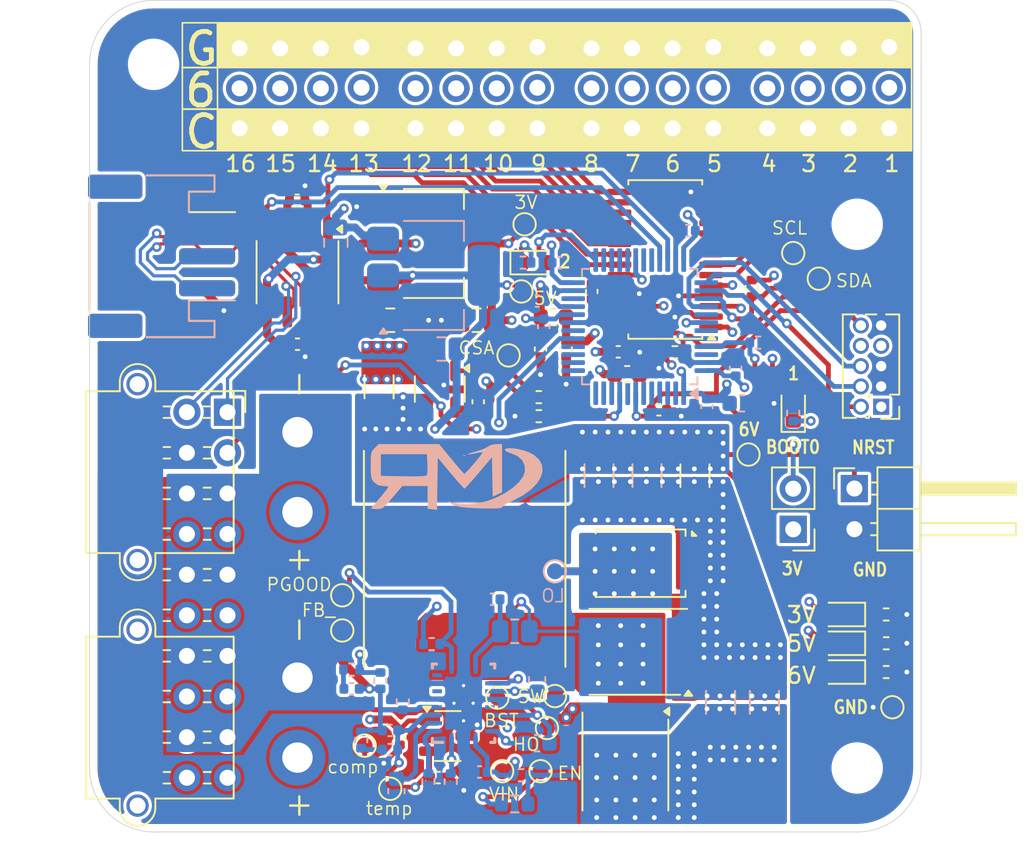
<source format=kicad_pcb>
(kicad_pcb (version 20241229) (generator "pcbnew") (generator_version "9.0")
  (layers (0 "F.Cu" signal) (4 "In1.Cu" power) (6 "In2.Cu" power) (2 "B.Cu" mixed) (13 "F.Paste" user) (15 "B.Paste" user) (5 "F.SilkS" user "F.Silkscreen") (7 "B.SilkS" user "B.Silkscreen") (1 "F.Mask" user) (3 "B.Mask" user) (25 "Edge.Cuts" user))
  (net 0 "")
  (net 1 "+3.3V")
  (net 2 "GND")
  (net 3 "+3.3VA")
  (net 4 "/PWM Chip/EXTCLK")
  (net 5 "+5V")
  (net 6 "+6V")
  (net 7 "Net-(R8-Pad2)")
  (net 8 "TEMP")
  (net 9 "Net-(CC1-Pad2)")
  (net 10 "Net-(CC3-Pad2)")
  (net 11 "/Power/ILIM")
  (net 12 "+P_BATT")
  (net 13 "/Power/SS_TRK")
  (net 14 "Net-(U5-VCC)")
  (net 15 "Net-(D3-K)")
  (net 16 "Net-(D4-K)")
  (net 17 "/MCU/BOOT0")
  (net 18 "/MCU/SWDIO")
  (net 21 "/MCU/SWCLK")
  (net 22 "SWO")
  (net 23 "CAN+")
  (net 24 "CAN-")
  (net 25 "CH0")
  (net 26 "CH1")
  (net 27 "CH2")
  (net 28 "CH3")
  (net 29 "CH4")
  (net 30 "CH5")
  (net 31 "CH6")
  (net 32 "CH7")
  (net 33 "CH8")
  (net 34 "CH9")
  (net 35 "CH10")
  (net 36 "CH11")
  (net 37 "CH12")
  (net 38 "CH13")
  (net 39 "CH14")
  (net 40 "CH15")
  (net 41 "PWM_SDA")
  (net 42 "PWM_SCL")
  (net 43 "CSA_OUT")
  (net 46 "FDCAN_TX")
  (net 47 "PWM_OE")
  (net 53 "FDCAN_RX")
  (net 74 "NRST")
  (net 75 "+6VP")
  (net 76 "BST")
  (net 77 "SW_")
  (net 78 "comp")
  (net 79 "FB_")
  (net 80 "VIN")
  (net 81 "LO")
  (net 82 "PGOOD")
  (net 83 "EN")
  (net 84 "Net-(U5-RT)")
  (net 85 "Net-(D5-K)")
  (net 86 "HO")
  (net 87 "/MCU/Debug_LED1")
  (net 88 "/MCU/Debug_LED2")
  (net 89 "Net-(D6-K)")
  (footprint "Capacitor_SMD:C_0402_1005Metric" (layer "F.Cu") (at 148.6 60.6)
    (property "Reference" "C3" (hide yes))
    (property "Value" "100n")
  )
  (footprint "TestPoint:TestPoint_Pad_D1.0mm" (layer "F.Cu") (at 154.2 63.4)
    (property "Reference" "TP7" (hide yes))
    (property "Value" "TestPoint")
  )
  (footprint "Capacitor_SMD:C_0603_1608Metric" (layer "F.Cu") (at 146.6125 58.375)
    (property "Reference" "C12" (hide yes))
    (property "Value" "10u")
  )
  (footprint "MountingHole:MountingHole_2.7mm_M2.5" (layer "F.Cu") (at 117 39)
    (property "Reference" "H1" (hide yes))
    (property "Value" "MountingHole")
  )
  (footprint "Resistor_SMD:R_0402_1005Metric" (layer "F.Cu") (at 154.4 53 -90)
    (property "Reference" "R5" (hide yes))
    (property "Value" "4.7k")
  )
  (footprint "TestPoint:TestPoint_Pad_D1.0mm" (layer "F.Cu") (at 141.6 80.5)
    (property "Reference" "TP15" (hide yes))
    (property "Value" "TestPoint")
  )
  (footprint "Capacitor_SMD:C_0805_2012Metric" (layer "F.Cu") (at 137.2 55 180)
    (property "Reference" "C19" (hide yes))
    (property "Value" "22u")
  )
  (footprint "TestPoint:TestPoint_Pad_D1.0mm" (layer "F.Cu") (at 130.2 81.6)
    (property "Reference" "TP20" (hide yes))
    (property "Value" "TestPoint")
  )
  (footprint "Connector_AMASS:AMASS_XT30PW-M_1x02_P2.50mm_Horizontal" (layer "F.Cu") (at 126 77.35 90)
    (property "Reference" "J5" (hide yes))
    (property "Value" "Conn_01x02_Socket")
  )
  (footprint "LED_SMD:LED_0603_1608Metric" (layer "F.Cu") (at 140.8 51.4)
    (property "Reference" "D6" (hide yes))
    (property "Value" "GREEN")
  )
  (footprint "Connector_PinSocket_2.54mm:PinSocket_2x10_P2.54mm_Horizontal" (layer "F.Cu") (at 121.625 60.75)
    (property "Reference" "J4" (hide yes))
    (property "Value" "Conn_02x10_Odd_Even")
  )
  (footprint "Servo_Board:Conn_03x4" (layer "F.Cu") (at 152 43 180)
    (property "Reference" "J7" (hide yes))
    (property "Value" "~")
  )
  (footprint "Capacitor_SMD:C_0402_1005Metric" (layer "F.Cu") (at 137.3 60.1 90)
    (property "Reference" "C20" (hide yes))
    (property "Value" "100n")
  )
  (footprint "Package_SO:TSSOP-28_4.4x9.7mm_P0.65mm" (layer "F.Cu") (at 149 51.2 180)
    (property "Reference" "U2" (hide yes))
    (property "Value" "PCA9685PW")
  )
  (footprint "Connector_PinHeader_2.54mm:PinHeader_1x02_P2.54mm_Vertical" (layer "F.Cu") (at 157 68.075 180)
    (property "Reference" "J2" (hide yes))
    (property "Value" "Conn_01x02_Pin")
  )
  (footprint "TestPoint:TestPoint_Pad_D1.0mm" (layer "F.Cu") (at 128.8 72.2)
    (property "Reference" "TP14" (hide yes))
    (property "Value" "TestPoint")
  )
  (footprint "Resistor_SMD:R_0402_1005Metric" (layer "F.Cu") (at 141.09 61)
    (property "Reference" "R9" (hide yes))
    (property "Value" "10k")
  )
  (footprint "TestPoint:TestPoint_Pad_D1.0mm" (layer "F.Cu") (at 131.8 84.3)
    (property "Reference" "TP6" (hide yes))
    (property "Value" "TestPoint")
  )
  (footprint "Package_TO_SOT_SMD:SOT-23-5" (layer "F.Cu") (at 134.9 59.3 -90)
    (property "Reference" "U7" (hide yes))
    (property "Value" "INA180A4")
  )
  (footprint "Capacitor_SMD:C_0402_1005Metric" (layer "F.Cu") (at 141.2 56.8 -90)
    (property "Reference" "C9" (hide yes))
    (property "Value" "1u")
  )
  (footprint "Resistor_SMD:R_0402_1005Metric" (layer "F.Cu") (at 162.8125 77)
    (property "Reference" "R6" (hide yes))
    (property "Value" "2.2k")
  )
  (footprint "Capacitor_SMD:C_1206_3216Metric" (layer "F.Cu") (at 155.2 78.895 90)
    (property "Reference" "CIN2" (hide yes))
    (property "Value" "4u7")
  )
  (footprint "Connector_JST:JST_PH_S3B-PH-SM4-TB_1x03-1MP_P2.00mm_Horizontal" (layer "F.Cu") (at 117.5 51 -90)
    (property "Reference" "J12" (hide yes))
    (property "Value" "Conn_01x03_Socket")
  )
  (footprint "Resistor_SMD:R_0402_1005Metric" (layer "F.Cu") (at 141.09 59.81 180)
    (property "Reference" "R8" (hide yes))
    (property "Value" "2.2k")
  )
  (footprint "Connector_AMASS:AMASS_XT30PW-M_1x02_P2.50mm_Horizontal" (layer "F.Cu") (at 126 62 90)
    (property "Reference" "J10" (hide yes))
    (property "Value" "Conn_01x02_Socket")
  )
  (footprint "TestPoint:TestPoint_Pad_D1.0mm" (layer "F.Cu") (at 157 50.8)
    (property "Reference" "TP3" (hide yes))
    (property "Value" "TestPoint")
  )
  (footprint "Servo_Board:Conn_03x4" (layer "F.Cu") (at 163 43 180)
    (property "Reference" "J6" (hide yes))
    (property "Value" "~")
  )
  (footprint "Connector_PinHeader_2.54mm:PinHeader_1x02_P2.54mm_Horizontal" (layer "F.Cu") (at 160.825 65.525)
    (property "Reference" "J1" (hide yes))
    (property "Value" "Conn_01x02_Pin")
  )
  (footprint "Package_SO:SOIC-8_3.9x4.9mm_P1.27mm" (layer "F.Cu") (at 126 52 -90)
    (property "Reference" "U3" (hide yes))
    (property "Value" "TCAN1057AEV-Q1")
  )
  (footprint "Connector_PinHeader_1.27mm:PinHeader_2x05_P1.27mm_Vertical" (layer "F.Cu") (at 162.5 60.41 180)
    (property "Reference" "J3" (hide yes))
    (property "Value" "Conn_ARM_JTAG_SWD_10")
  )
  (footprint "Capacitor_SMD:C_0402_1005Metric" (layer "F.Cu") (at 146.0575 56.975)
    (property "Reference" "C13" (hide yes))
    (property "Value" "100n")
  )
  (footprint "TestPoint:TestPoint_Pad_D1.0mm" (layer "F.Cu") (at 139.2 57.2)
    (property "Reference" "TP5" (hide yes))
    (property "Value" "TestPoint")
  )
  (footprint "Capacitor_SMD:C_0402_1005Metric" (layer "F.Cu") (at 134.8 83.6)
    (property "Reference" "C22" (hide yes))
    (property "Value" "0u1")
  )
  (footprint "Capacitor_SMD:C_1206_3216Metric" (layer "F.Cu") (at 144.855 64.72 -90)
    (property "Reference" "COUT5" (hide yes))
    (property "Value" "47u")
  )
  (footprint "Capacitor_SMD:C_0402_1005Metric" (layer "F.Cu") (at 142.8 56.8 -90)
    (property "Reference" "C10" (hide yes))
    (property "Value" "1u")
  )
  (footprint "LED_SMD:LED_0603_1608Metric" (layer "F.Cu") (at 160.0125 77 180)
    (property "Reference" "D4" (hide yes))
    (property "Value" "GREEN")
  )
  (footprint "Inductor_SMD:L_0603_1608Metric" (layer "F.Cu") (at 142 54.8)
    (property "Reference" "FB1" (hide yes))
    (property "Value" "120R")
  )
  (footprint "Resistor_SMD:R_0402_1005Metric" (layer "F.Cu") (at 149.6 57)
    (property "Reference" "R2" (hide yes))
    (property "Value" "4.7k")
  )
  (footprint "LED_SMD:LED_0603_1608Metric" (layer "F.Cu") (at 160.0125 75.2 180)
    (property "Reference" "D1" (hide yes))
    (property "Value" "GREEN")
  )
  (footprint "Resistor_SMD:R_0402_1005Metric" (layer "F.Cu") (at 162.8125 75.2)
    (property "Reference" "R3" (hide yes))
    (property "Value" "1k")
  )
  (footprint "TestPoint:TestPoint_Pad_D1.0mm" (layer "F.Cu") (at 128.8 74.4)
    (property "Reference" "TP19" (hide yes))
    (property "Value" "TestPoint")
  )
  (footprint "TestPoint:TestPoint_Pad_D1.0mm" (layer "F.Cu") (at 163.2 79.2)
    (property "Reference" "TP10" (hide yes))
    (property "Value" "TestPoint")
  )
  (footprint "Resistor_SMD:R_0402_1005Metric" (layer "F.Cu") (at 162.8125 73.4)
    (property "Reference" "R4" (hide yes))
    (property "Value" "1k")
  )
  (footprint "TestPoint:TestPoint_Pad_D1.0mm" (layer "F.Cu") (at 158.6 52.4)
    (property "Reference" "TP4" (hide yes))
    (property "Value" "TestPoint")
  )
  (footprint "Capacitor_SMD:C_0402_1005Metric" (layer "F.Cu") (at 132.4 81.08 -90)
    (property "Reference" "C21" (hide yes))
    (property "Value" "0u1")
  )
  (footprint "Servo_Board:IND_AMDLA1306Q-101M" (layer "F.Cu") (at 136.455 69.92 90)
    (property "Reference" "L1" (hide yes))
    (property "Value" "1.5uH 3.3mOhm")
  )
  (footprint "Capacitor_SMD:C_1206_3216Metric" (layer "F.Cu") (at 147.855 64.72 -90)
    (property "Reference" "COUT4" (hide yes))
    (property "Value" "47u")
  )
  (footprint "MountingHole:MountingHole_2.7mm_M2.5" (layer "F.Cu") (at 161 49)
    (property "Reference" "H2" (hide yes))
    (property "Value" "MountingHole")
  )
  (footprint "Servo_Board:Conn_03x4" (layer "F.Cu") (at 141 43 180)
    (property "Reference" "J8" (hide yes))
    (property "Value" "~")
  )
  (footprint "TestPoint:TestPoint_Pad_D1.0mm" (layer "F.Cu") (at 142.1 78.5)
    (property "Reference" "TP17" (hide yes))
    (property "Value" "TestPoint")
  )
  (footprint "MountingHole:MountingHole_2.7mm_M2.5" (layer "F.Cu") (at 161 83)
    (property "Reference" "H3" (hide yes))
    (property "Value" "MountingHole")
  )
  (footprint "TestPoint:TestPoint_Pad_D1.0mm" (layer "F.Cu") (at 138.5 78.6)
    (property "Reference" "TP16" (hide yes))
    (property "Value" "TestPoint")
  )
  (footprint "TestPoint:TestPoint_Pad_D1.0mm" (layer "F.Cu") (at 140.2 49)
    (property "Reference" "TP9" (hide yes))
    (property "Value" "TestPoint")
  )
  (footprint "Package_TO_SOT_SMD:TDSON-8-1" (layer "F.Cu") (at 147.31 75.735 180)
    (property "Reference" "Q2" (hide yes))
    (property "Value" "CSD18563Q5D")
  )
  (footprint "Package_TO_SOT_SMD:TDSON-8-1" (layer "F.Cu") (at 146.505 82.595 -90)
    (property "Reference" "Q1" (hide yes))
    (property "Value" "CSD18563Q5D")
  )
  (footprint "Servo_Board:Conn_03x4" (layer "F.Cu") (at 130 43 180)
    (property "Reference" "J9" (hide yes))
    (property "Value" "~")
  )
  (footprint "TestPoint:TestPoint_Pad_D1.0mm" (layer "F.Cu") (at 138.8 83.2)
    (property "Reference" "TP11" (hide yes))
    (property "Value" "TestPoint")
  )
  (footprint "Capacitor_SMD:C_0402_1005Metric" (layer "F.Cu") (at 125.98 47.5)
    (property "Reference" "C14" (hide yes))
    (property "Value" "1u")
  )
  (footprint "LED_SMD:LED_0603_1608Metric" (layer "F.Cu") (at 157 60.5 90)
    (property "Reference" "D5" (hide yes))
    (property "Value" "GREEN")
  )
  (footprint "TestPoint:TestPoint_Pad_D1.0mm" (layer "F.Cu") (at 141.2 83.2)
    (property "Reference" "TP12" (hide yes))
    (property "Value" "TestPoint")
  )
  (footprint "Capacitor_SMD:C_1206_3216Metric" (layer "F.Cu") (at 152.455 78.895 90)
    (property "Reference" "CIN1" (hide yes))
    (property "Value" "4u7")
  )
  (footprint "Capacitor_SMD:C_0402_1005Metric" (layer "F.Cu") (at 144.4 53.2 90)
    (property "Reference" "C11" (hide yes))
    (property "Value" "100n")
  )
  (footprint "Package_TO_SOT_SMD:SOT-223-3_TabPin2" (layer "F.Cu") (at 134.5 50.2)
    (property "Reference" "U6" (hide yes))
    (property "Value" "AMS1117-3.3")
  )
  (footprint "Resistor_SMD:R_1206_3216Metric" (layer "F.Cu") (at 131.1 59.1625 -90)
    (property "Reference" "R7" (hide yes))
    (property "Value" "1m")
  )
  (footprint "TestPoint:TestPoint_Pad_D1.0mm" (layer "F.Cu") (at 140 53.2)
    (property "Reference" "TP8" (hide yes))
    (property "Value" "TestPoint")
  )
  (footprint "Package_TO_SOT_SMD:SOT-23-3" (layer "F.Cu") (at 135.4 81)
    (property "Reference" "U8" (hide yes))
    (property "Value" "MCP9700T-E/TT")
  )
  (footprint "Capacitor_SMD:C_0402_1005Metric" (layer "F.Cu") (at 126 56.5)
    (property "Reference" "C15" (hide yes))
    (property "Value" "1u")
  )
  (footprint "Package_TO_SOT_SMD:TO-277B" (layer "F.Cu") (at 147.455 70.195 -90)
    (property "Reference" "D2" (hide yes))
    (property "Value" "SVT2060LB_R2_00001")
  )
  (footprint "Capacitor_SMD:C_1206_3216Metric" (layer "F.Cu") (at 150.855 64.72 -90)
    (property "Reference" "COUT3" (hide yes))
    (property "Value" "47u")
  )
  (footprint "Capacitor_SMD:C_0805_2012Metric" (layer "F.Cu") (at 131.8 55)
    (property "Reference" "C18" (hide yes))
    (property "Value" "10u")
  )
  (footprint "LED_SMD:LED_0603_1608Metric" (layer "F.Cu") (at 160.0125 73.4 180)
    (property "Reference" "D3" (hide yes))
    (property "Value" "GREEN")
  )
  (footprint "Resistor_SMD:R_0402_1005Metric" (layer "B.Cu") (at 140.1 51.4 180)
    (property "Reference" "R11" (hide yes))
    (property "Value" "1k")
  )
  (footprint "Resistor_SMD:R_0402_1005Metric" (layer "B.Cu") (at 134.185 83.850001 90)
    (property "Reference" "RRT1" (hide yes))
    (property "Value" "20k")
  )
  (footprint "Capacitor_SMD:C_0603_1608Metric" (layer "B.Cu") (at 153.8 60.2)
    (property "Reference" "C1" (hide yes))
    (property "Value" "10u")
  )
  (footprint "Capacitor_SMD:C_0402_1005Metric" (layer "B.Cu") (at 138.185 72.450001 180)
    (property "Reference" "Cilim1" (hide yes))
    (property "Value" "12p")
  )
  (footprint "Capacitor_SMD:C_0402_1005Metric" (layer "B.Cu") (at 137.385 83.250001 180)
    (property "Reference" "Cvin1" (hide yes))
    (property "Value" "100n")
  )
  (footprint "Capacitor_SMD:C_0402_1005Metric" (layer "B.Cu") (at 141 53.8 180)
    (property "Reference" "C8" (hide yes))
    (property "Value" "10n")
  )
  (footprint "Resistor_SMD:R_0402_1005Metric" (layer "B.Cu") (at 135.585 83.850001 -90)
    (property "Reference" "RUV2" (hide yes))
    (property "Value" "3k57")
  )
  (footprint "Capacitor_SMD:C_0402_1005Metric" (layer "B.Cu") (at 151.6 60.4 -90)
    (property "Reference" "C4" (hide yes))
    (property "Value" "100n")
  )
  (footprint "Capacitor_SMD:C_0402_1005Metric" (layer "B.Cu") (at 131.785 81.850001 180)
    (property "Reference" "CC1" (hide yes))
    (property "Value" "2n2")
  )
  (footprint "Capacitor_SMD:C_0603_1608Metric" (layer "B.Cu") (at 132.185 84.450001 90)
    (property "Reference" "CSS1" (hide yes))
    (property "Value" "47n")
  )
  (footprint "Resistor_SMD:R_0402_1005Metric" (layer "B.Cu") (at 131.185 77.540001 90)
    (property "Reference" "RFB1" (hide yes))
    (property "Value" "20k")
  )
  (footprint "Resistor_SMD:R_0402_1005Metric" (layer "B.Cu") (at 129.385 76.850001)
    (property "Reference" "RC2" (hide yes))
    (property "Value" "4420")
  )
  (footprint "TestPoint:TestPoint_Pad_D1.0mm" (layer "B.Cu") (at 142.1 70.7 180)
    (property "Reference" "TP18" (hide yes))
    (property "Value" "TestPoint")
  )
  (footprint "Resistor_SMD:R_0402_1005Metric" (layer "B.Cu") (at 139.985 83.450001 180)
    (property "Reference" "Rin1" (hide yes))
    (property "Value" "2.1Ohm")
  )
  (footprint "Capacitor_SMD:C_0402_1005Metric" (layer "B.Cu") (at 141.4 55.4 -90)
    (property "Reference" "C5" (hide yes))
    (property "Value" "100n")
  )
  (footprint "Servo_Board:CMR_Logo" (layer "B.Cu") (at 136 65.875537 180)
    (property "Reference" "G***" (hide yes))
    (property "Value" "LOGO" (hide yes))
  )
  (footprint "Capacitor_SMD:C_1206_3216Metric" (layer "B.Cu") (at 144.855 64.72 -90)
    (property "Reference" "COUT1" (hide yes))
    (property "Value" "47u")
  )
  (footprint "Capacitor_SMD:C_0402_1005Metric" (layer "B.Cu") (at 142.4 51.4)
    (property "Reference" "C6" (hide yes))
    (property "Value" "100n")
  )
  (footprint "Resistor_SMD:R_0402_1005Metric" (layer "B.Cu") (at 154.8 56.4)
    (property "Reference" "R1" (hide yes))
    (property "Value" "10k")
  )
  (footprint "Package_TO_SOT_SMD:SOT-223-3_TabPin2" (layer "B.Cu") (at 134.5 52.2)
    (property "Reference" "U4" (hide yes))
    (property "Value" "NCP1117-5.0_SOT223")
  )
  (footprint "Servo_Board:RGY0020B" (layer "B.Cu") (at 136.385 78.950001)
    (property "Reference" "U5" (hide yes))
    (property "Value" "LM25145RGYR")
  )
  (footprint "Package_QFP:LQFP-48_7x7mm_P0.5mm" (layer "B.Cu") (at 147.4 55.4 90)
    (property "Reference" "U1" (hide yes))
    (property "Value" "STM32G431CBT6")
  )
  (footprint "Capacitor_SMD:C_0402_1005Metric" (layer "B.Cu") (at 129.385 78.050001 180)
    (property "Reference" "CC3" (hide yes))
    (property "Value" "820p")
  )
  (footprint "Resistor_SMD:R_0402_1005Metric" (layer "B.Cu") (at 157 60.8 -90)
    (property "Reference" "R10" (hide yes))
    (property "Value" "1k")
  )
  (footprint "Resistor_SMD:R_0603_1608Metric" (layer "B.Cu") (at 139.585 85.250001 180)
    (property "Reference" "RUV1" (hide yes))
    (property "Value" "20k")
  )
  (footprint "Capacitor_SMD:C_1206_3216Metric" (layer "B.Cu") (at 155.2 78.895 90)
    (property "Reference" "CIN4" (hide yes))
    (property "Value" "4u7")
  )
  (footprint "Resistor_SMD:R_0402_1005Metric" (layer "B.Cu") (at 134.385 75.250001)
    (property "Reference" "RPGOOD1" (hide yes))
    (property "Value" "20k")
  )
  (footprint "Capacitor_SMD:C_0805_2012Metric" (layer "B.Cu") (at 128.4 50.15 -90)
    (property "Reference" "C16" (hide yes))
    (property "Value" "10u")
  )
  (footprint "Resistor_SMD:R_0805_2012Metric" (layer "B.Cu") (at 139.585 74.450001)
    (property "Reference" "Rilim1" (hide yes))
    (property "Value" "442")
  )
  (footprint "Resistor_SMD:R_0402_1005Metric" (layer "B.Cu") (at 129.985 81.250001 90)
    (property "Reference" "RC1" (hide yes))
    (property "Value" "11.3k")
  )
  (footprint "Resistor_SMD:R_0402_1005Metric" (layer "B.Cu") (at 132.585 78.850001 -90)
    (property "Reference" "RFB2" (hide yes))
    (property "Value" "3k09")
  )
  (footprint "Connector_JST:JST_PH_S3B-PH-SM4-TB_1x03-1MP_P2.00mm_Horizontal" (layer "B.Cu") (at 117.5 51 90)
    (property "Reference" "J11" (hide yes))
    (property "Value" "Conn_01x03_Socket")
  )
  (footprint "Capacitor_SMD:C_0402_1005Metric" (layer "B.Cu") (at 150.4 49.4 180)
    (property "Reference" "C2" (hide yes))
    (property "Value" "100n")
  )
  (footprint "Capacitor_SMD:C_0805_2012Metric" (layer "B.Cu") (at 135 56.8 180)
    (property "Reference" "C17" (hide yes))
    (property "Value" "22u")
  )
  (footprint "Capacitor_SMD:C_1206_3216Metric" (layer "B.Cu") (at 152.455 78.895 90)
    (property "Reference" "CIN3" (hide yes))
    (property "Value" "4u7")
  )
  (footprint "Capacitor_SMD:C_0603_1608Metric" (layer "B.Cu") (at 140.985 77.450001 90)
    (property "Reference" "CVcc1" (hide yes))
    (property "Value" "2u2")
  )
  (footprint "Capacitor_SMD:C_1206_3216Metric" (layer "B.Cu") (at 147.855 64.72 -90)
    (property "Reference" "COUT2" (hide yes))
    (property "Value" "47u")
  )
  (footprint "Capacitor_SMD:C_0603_1608Metric" (layer "B.Cu") (at 140.985 81.450001 180)
    (property "Reference" "CBoot1" (hide yes))
    (property "Value" "0u1")
  )
  (footprint "Capacitor_SMD:C_0402_1005Metric" (layer "B.Cu") (at 131.785 80.650001 180)
    (property "Reference" "CC2" (hide yes))
    (property "Value" "56p")
  )
  (footprint "Capacitor_SMD:C_0402_1005Metric" (layer "B.Cu") (at 153.4 58 90)
    (property "Reference" "C7" (hide yes))
    (property "Value" "100n")
  )
  (gr_rect (start 118.8 39.2) (end 121 41.8) (stroke (width 0.1)) (fill no) (layer "F.SilkS"))
  (gr_rect (start 118.8 36.4) (end 121 39.2) (stroke (width 0.1)) (fill no) (layer "F.SilkS"))
  (gr_rect (start 118.8 41.8) (end 121 44.4) (stroke (width 0.1)) (fill no) (layer "F.SilkS"))
  (gr_rect (start 121 41.8) (end 164.4 44.4) (stroke (width 0.1)) (fill yes) (layer "F.SilkS"))
  (gr_rect (start 121 36.4) (end 164.4 39.2) (stroke (width 0.1)) (fill yes) (layer "F.SilkS"))
  (gr_line (start 164.4 41.8) (end 164.4 39.2) (stroke (width 0.1)) (layer "F.SilkS"))
  (gr_line (start 117 35) (end 163 35) (stroke (width 0.05)) (layer "Edge.Cuts"))
  (gr_arc (start 163 35) (mid 164.414214 35.585786) (end 165 37) (stroke (width 0.05)) (layer "Edge.Cuts"))
  (gr_line (start 165 83) (end 165 37) (stroke (width 0.05)) (layer "Edge.Cuts"))
  (gr_line (start 113 39) (end 113 83) (stroke (width 0.05)) (layer "Edge.Cuts"))
  (gr_line (start 161 87) (end 117 87) (stroke (width 0.05)) (layer "Edge.Cuts"))
  (gr_arc (start 113 39) (mid 114.171573 36.171573) (end 117 35) (stroke (width 0.05)) (layer "Edge.Cuts"))
  (gr_arc (start 165 83) (mid 163.828427 85.828427) (end 161 87) (stroke (width 0.05)) (layer "Edge.Cuts"))
  (gr_arc (start 117 87) (mid 114.171573 85.828427) (end 113 83) (stroke (width 0.05)) (layer "Edge.Cuts"))
  (gr_text "NRST\n\n" (at 162 63.6 0) (layer "F.SilkS") (effects (font (size 0.8 0.7))))
  (gr_text "1" (at 156.6 58.8 0) (layer "F.SilkS") (effects (font (size 0.8 0.7)) (justify left bottom)))
  (gr_text "temp" (at 130.2 86 0) (layer "F.SilkS") (effects (font (size 0.8 0.8) (thickness 0.1)) (justify left bottom)))
  (gr_text "16" (at 121.4 45.8 0) (layer "F.SilkS") (effects (font (size 1 1)) (justify left bottom)))
  (gr_text "VIN" (at 137.9 85.1 0) (layer "F.SilkS") (effects (font (size 0.8 0.8) (thickness 0.1)) (justify left bottom)))
  (gr_text "2" (at 160 45.8 0) (layer "F.SilkS") (effects (font (size 1 1)) (justify left bottom)))
  (gr_text "BST" (at 137.6 80.5 0) (layer "F.SilkS") (effects (font (size 0.8 0.8) (thickness 0.1)) (justify left bottom)))
  (gr_text "14" (at 126.5 45.8 0) (layer "F.SilkS") (effects (font (size 1 1)) (justify left bottom)))
  (gr_text "6V" (at 153.5 62.3 0) (layer "F.SilkS") (effects (font (size 0.8 0.7) (thickness 0.15) (bold yes)) (justify left bottom)))
  (gr_text "15" (at 123.9 45.8 0) (layer "F.SilkS") (effects (font (size 1 1)) (justify left bottom)))
  (gr_text "5V" (at 156.5025 75.8 0) (layer "F.SilkS") (effects (font (size 1 1)) (justify left bottom)))
  (gr_text "SCL" (at 155.6 49.7 0) (layer "F.SilkS") (effects (font (size 0.8 0.8) (thickness 0.1)) (justify left bottom)))
  (gr_text "7" (at 146.4 45.8 0) (layer "F.SilkS") (effects (font (size 1 1)) (justify left bottom)))
  (gr_text "3V" (at 156.2 71 0) (layer "F.SilkS") (effects (font (size 0.8 0.7) (thickness 0.15) (bold yes)) (justify left bottom)))
  (gr_text "9" (at 140.5 45.8 0) (layer "F.SilkS") (effects (font (size 1 1)) (justify left bottom)))
  (gr_text "4" (at 154.9 45.8 0) (layer "F.SilkS") (effects (font (size 1 1)) (justify left bottom)))
  (gr_text "BOOT0" (at 155.2 63.4 0) (layer "F.SilkS") (effects (font (size 0.8 0.7) (thickness 0.15) (bold yes)) (justify left bottom)))
  (gr_text "8" (at 143.8 45.8 0) (layer "F.SilkS") (effects (font (size 1 1)) (justify left bottom)))
  (gr_text "5V" (at 140.7 54.1 0) (layer "F.SilkS") (effects (font (size 0.8 0.8) (thickness 0.1)) (justify left bottom)))
  (gr_text "SDA" (at 159.6 53 0) (layer "F.SilkS") (effects (font (size 0.8 0.8) (thickness 0.1)) (justify left bottom)))
  (gr_text "FB_" (at 126.2 73.6 0) (layer "F.SilkS") (effects (font (size 0.8 0.8) (thickness 0.1)) (justify left bottom)))
  (gr_text "HO" (at 139.4 82 0) (layer "F.SilkS") (effects (font (size 0.8 0.8) (thickness 0.1)) (justify left bottom)))
  (gr_text "13" (at 129.1 45.8 0) (layer "F.SilkS") (effects (font (size 1 1)) (justify left bottom)))
  (gr_text "6V\n" (at 156.5025 77.8 0) (layer "F.SilkS") (effects (font (size 1 1)) (justify left bottom)))
  (gr_text "1" (at 162.6 45.8 0) (layer "F.SilkS") (effects (font (size 1 1)) (justify left bottom)))
  (gr_text "GND\n" (at 160.6 79.2 0) (layer "F.SilkS") (effects (font (size 0.8 0.7))))
  (gr_text "10" (at 137.5 45.8 0) (layer "F.SilkS") (effects (font (size 1 1)) (justify left bottom)))
  (gr_text "2" (at 142.3 51.8 0) (layer "F.SilkS") (effects (font (size 0.8 0.7)) (justify left bottom)))
  (gr_text "3V" (at 139.5 48.1 0) (layer "F.SilkS") (effects (font (size 0.8 0.8) (thickness 0.1)) (justify left bottom)))
  (gr_text "SW" (at 139.7 79 0) (layer "F.SilkS") (effects (font (size 0.8 0.8) (thickness 0.1)) (justify left bottom)))
  (gr_text "6" (at 148.9 45.8 0) (layer "F.SilkS") (effects (font (size 1 1)) (justify left bottom)))
  (gr_text "G" (at 118.8 39.2 0) (layer "F.SilkS") (effects (font (size 2 2) (thickness 0.3)) (justify left bottom)))
  (gr_text "12" (at 132.4 45.8 0) (layer "F.SilkS") (effects (font (size 1 1)) (justify left bottom)))
  (gr_text "comp" (at 127.8 83.4 0) (layer "F.SilkS") (effects (font (size 0.8 0.8) (thickness 0.1)) (justify left bottom)))
  (gr_text "PGOOD" (at 124 72 0) (layer "F.SilkS") (effects (font (size 0.8 0.8) (thickness 0.1)) (justify left bottom)))
  (gr_text "CSA" (at 136 57.2 0) (layer "F.SilkS") (effects (font (size 0.8 0.8) (thickness 0.1)) (justify left bottom)))
  (gr_text "3" (at 157.4 45.8 0) (layer "F.SilkS") (effects (font (size 1 1)) (justify left bottom)))
  (gr_text "C" (at 118.8 44.4 0) (layer "F.SilkS") (effects (font (size 2 2) (thickness 0.3)) (justify left bottom)))
  (gr_text "6" (at 118.8 41.8 0) (layer "F.SilkS") (effects (font (size 2 2) (thickness 0.3)) (justify left bottom)))
  (gr_text "5" (at 151.5 45.8 0) (layer "F.SilkS") (effects (font (size 1 1)) (justify left bottom)))
  (gr_text "11" (at 135 45.8 0) (layer "F.SilkS") (effects (font (size 1 1)) (justify left bottom)))
  (gr_text "3V" (at 156.5025 74 0) (layer "F.SilkS") (effects (font (size 1 1)) (justify left bottom)))
  (gr_text "EN" (at 142.2 83.8 0) (layer "F.SilkS") (effects (font (size 0.8 0.8) (thickness 0.1)) (justify left bottom)))
  (gr_text "GND\n" (at 161.8 70.6 0) (layer "F.SilkS") (effects (font (size 0.8 0.7))))
  (gr_text "LO" (at 142.8 72.7 0) (layer "B.SilkS") (effects (font (size 0.8 0.8) (thickness 0.1)) (justify left bottom mirror)))
  (segment (start 137.65 50.2) (end 139.2 50.2) (width 0.5) (layer "F.Cu") (net 1))
  (segment (start 153.74038 54.25962) (end 153.60576 54.125) (width 0.3) (layer "F.Cu") (net 1))
  (segment (start 137.3 60.58) (end 135.9925 60.58) (width 0.5) (layer "F.Cu") (net 1))
  (segment (start 153.2 52.8) (end 153.175 52.825) (width 0.3) (layer "F.Cu") (net 1))
  (segment (start 135.9925 60.58) (end 135.85 60.4375) (width 0.5) (layer "F.Cu") (net 1))
  (segment (start 129 51.2) (end 130 50.2) (width 0.5) (layer "F.Cu") (net 1))
  (segment (start 145.5775 57.5775) (end 145.5775 56.975) (width 0.5) (layer "F.Cu") (net 1))
  (segment (start 145.5775 55.985) (end 145.5775 56.975) (width 0.5) (layer "F.Cu") (net 1))
  (segment (start 146.1375 55.425) (end 145.5775 55.985) (width 0.5) (layer "F.Cu") (net 1))
  (segment (start 145.8375 57.8375) (end 145.5775 57.5775) (width 0.5) (layer "F.Cu") (net 1))
  (segment (start 124.095 54.475) (end 124.095 55.895) (width 0.5) (layer "F.Cu") (net 1))
  (segment (start 159.225 73.4) (end 158.8 73.4) (width 0.3) (layer "F.Cu") (net 1))
  (segment (start 140.2 49.2) (end 139.2 50.2) (width 0.3) (layer "F.Cu") (net 1))
  (segment (start 130 50.2) (end 131.35 50.2) (width 0.5) (layer "F.Cu") (net 1))
  (segment (start 124.7 56.5) (end 125.52 56.5) (width 0.5) (layer "F.Cu") (net 1))
  (segment (start 149.09 57.49) (end 149.4 57.8) (width 0.3) (layer "F.Cu") (net 1))
  (segment (start 124.095 52.505) (end 124.095 54.475) (width 0.5) (layer "F.Cu") (net 1))
  (segment (start 138.06 59.0725) (end 138.06 60.008266) (width 0.5) (layer "F.Cu") (net 1))
  (segment (start 144.9 58.1) (end 145.175 58.375) (width 0.5) (layer "F.Cu") (net 1))
  (segment (start 127 51.2) (end 129 51.2) (width 0.5) (layer "F.Cu") (net 1))
  (segment (start 153.175 52.825) (end 151.8625 52.825) (width 0.3) (layer "F.Cu") (net 1))
  (segment (start 158.8 73.4) (end 158 72.6) (width 0.3) (layer "F.Cu") (net 1))
  (segment (start 142.8 56.32) (end 142.8 54.8125) (width 0.5) (layer "F.Cu") (net 1))
  (segment (start 154.4 52.49) (end 155.51 52.49) (width 0.3) (layer "F.Cu") (net 1))
  (segment (start 138.06 60.008266) (end 137.488266 60.58) (width 0.5) (layer "F.Cu") (net 1))
  (segment (start 149.09 57) (end 149.09 57.49) (width 0.3) (layer "F.Cu") (net 1))
  (segment (start 124.2 52.4) (end 124.095 52.505) (width 0.5) (layer "F.Cu") (net 1))
  (segment (start 138.15 55) (end 139.4 55) (width 0.5) (layer "F.Cu") (net 1))
  (segment (start 137.8 58.8125) (end 138.06 59.0725) (width 0.5) (layer "F.Cu") (net 1))
  (segment (start 137.488266 60.58) (end 137.3 60.58) (width 0.5) (layer "F.Cu") (net 1))
  (segment (start 155.51 52.49) (end 155.8 52.2) (width 0.3) (layer "F.Cu") (net 1))
  (segment (start 145.8375 58.375) (end 145.8375 57.8375) (width 0.5) (layer "F.Cu") (net 1))
  (segment (start 131.35 50.2) (end 133.4 50.2) (width 0.5) (layer "F.Cu") (net 1))
  (segment (start 153.60576 54.125) (end 151.8625 54.125) (width 0.3) (layer "F.Cu") (net 1))
  (segment (start 152.875 55.425) (end 151.8625 55.425) (width 0.3) (layer "F.Cu") (net 1))
  (segment (start 124.095 55.895) (end 124.7 56.5) (width 0.5) (layer "F.Cu") (net 1))
  (segment (start 140.2 49) (end 140.2 49.2) (width 0.3) (layer "F.Cu") (net 1))
  (segment (start 145.175 58.375) (end 145.8375 58.375) (width 0.5) (layer "F.Cu") (net 1))
  (segment (start 144.625 56.975) (end 145.5775 56.975) (width 0.5) (layer "F.Cu") (net 1))
  (segment (start 153.2 55.75) (end 152.875 55.425) (width 0.3) (layer "F.Cu") (net 1))
  (segment (start 144.08 56.32) (end 144.6 55.8) (width 0.5) (layer "F.Cu") (net 1))
  (segment (start 142.8 56.32) (end 144.08 56.32) (width 0.5) (layer "F.Cu") (net 1))
  (segment (start 138.15 55) (end 138.15 50.7) (width 0.5) (layer "F.Cu") (net 1))
  (via (at 158 72.6) (size 0.6) (drill 0.3) (layers "F.Cu" "B.Cu") (net 1))
  (via (at 124.2 52.4) (size 0.6) (drill 0.3) (layers "F.Cu" "B.Cu") (net 1))
  (via (at 144.9 58.1) (size 0.6) (drill 0.3) (layers "F.Cu" "B.Cu") (net 1))
  (via (at 139.2 50.2) (size 0.6) (drill 0.3) (layers "F.Cu" "B.Cu") (net 1))
  (via (at 137.8 58.8125) (size 0.6) (drill 0.3) (layers "F.Cu" "B.Cu") (net 1))
  (via (at 150.4 48.4) (size 0.6) (drill 0.3) (layers "F.Cu" "B.Cu") (net 1))
  (via (at 144.6 55.8) (size 0.6) (drill 0.3) (layers "F.Cu" "B.Cu") (net 1))
  (via (at 140.275001 54.883285) (size 0.6) (drill 0.3) (layers "F.Cu" "B.Cu") (net 1))
  (via (at 127 51.2) (size 0.6) (drill 0.3) (layers "F.Cu" "B.Cu") (net 1))
  (via (at 153.74038 54.25962) (size 0.6) (drill 0.3) (layers "F.Cu" "B.Cu") (net 1))
  (via (at 153.2 52.8) (size 0.6) (drill 0.3) (layers "F.Cu" "B.Cu") (net 1))
  (via (at 149.4 57.8) (size 0.6) (drill 0.3) (layers "F.Cu" "B.Cu") (net 1))
  (via (at 152.85 59) (size 0.6) (drill 0.3) (layers "F.Cu" "B.Cu") (net 1))
  (via (at 133.4 50.2) (size 0.6) (drill 0.3) (layers "F.Cu" "B.Cu") (net 1))
  (via (at 153.2 55.75) (size 0.6) (drill 0.3) (layers "F.Cu" "B.Cu") (net 1))
  (via (at 141.886827 50.313173) (size 0.6) (drill 0.3) (layers "F.Cu" "B.Cu") (net 1))
  (via (at 150 58.2) (size 0.6) (drill 0.3) (layers "F.Cu" "B.Cu") (net 1))
  (via (at 155.8 52.2) (size 0.6) (drill 0.3) (layers "F.Cu" "B.Cu") (net 1))
  (via (at 139.4 55) (size 0.6) (drill 0.3) (layers "F.Cu" "B.Cu") (net 1))
  (via (at 144.625 56.975) (size 0.6) (drill 0.3) (layers "F.Cu" "B.Cu") (net 1))
  (via (at 153.95 59.2) (size 0.6) (drill 0.3) (layers "F.Cu" "B.Cu") (net 1))
  (segment (start 150.15 58.35) (end 150 58.2) (width 0.3) (layer "B.Cu") (net 1))
  (segment (start 150.15 59.5625) (end 150.15 58.35) (width 0.3) (layer "B.Cu") (net 1))
  (segment (start 125.4 51.2) (end 124.2 52.4) (width 0.5) (layer "B.Cu") (net 1))
  (segment (start 150.15 50.45) (end 150.88 49.72) (width 0.3) (layer "B.Cu") (net 1))
  (segment (start 151.5625 58.15) (end 152.35 58.15) (width 0.3) (layer "B.Cu") (net 1))
  (segment (start 152.745 59.92) (end 152.345 59.92) (width 0.5) (layer "B.Cu") (net 1))
  (segment (start 152.85 59) (end 152.85 59.415) (width 0.5) (layer "B.Cu") (net 1))
  (segment (start 153.4 58.65) (end 153.4 58.48) (width 0.3) (layer "B.Cu") (net 1))
  (segment (start 141.886827 50.313173) (end 141.92 50.346346) (width 0.3) (layer "B.Cu") (net 1))
  (segment (start 150.88 49.72) (end 150.88 49.4) (width 0.3) (layer "B.Cu") (net 1))
  (segment (start 142.12688 54.92) (end 141.4 54.92) (width 0.3) (layer "B.Cu") (net 1))
  (segment (start 153.025 60.4) (end 153.025 60.2) (width 0.5) (layer "B.Cu") (net 1))
  (segment (start 152.345 59.92) (end 151.6 59.92) (width 0.5) (layer "B.Cu") (net 1))
  (segment (start 141.92 52.12) (end 141.92 51.4) (width 0.3) (layer "B.Cu") (net 1))
  (segment (start 150.15 51.2375) (end 150.15 50.45) (width 0.3) (layer "B.Cu") (net 1))
  (segment (start 152.85 59.415) (end 152.345 59.92) (width 0.5) (layer "B.Cu") (net 1))
  (segment (start 140.275001 54.883285) (end 140.311716 54.92) (width 0.3) (layer "B.Cu") (net 1))
  (segment (start 150.15 59.5625) (end 151.2425 59.5625) (width 0.3) (layer "B.Cu") (net 1))
  (segment (start 142.45 52.65) (end 141.92 52.12) (width 0.3) (layer "B.Cu") (net 1))
  (segment (start 151.2425 59.5625) (end 151.6 59.92) (width 0.3) (layer "B.Cu") (net 1))
  (segment (start 150.88 49.4) (end 150.88 48.88) (width 0.3) (layer "B.Cu") (net 1))
  (segment (start 140.311716 54.92) (end 141.4 54.92) (width 0.3) (layer "B.Cu") (net 1))
  (segment (start 152.68 58.48) (end 153.4 58.48) (width 0.3) (layer "B.Cu") (net 1))
  (segment (start 142.39688 54.65) (end 142.12688 54.92) (width 0.3) (layer "B.Cu") (net 1))
  (segment (start 127 51.2) (end 125.4 51.2) (width 0.5) (layer "B.Cu") (net 1))
  (segment (start 143.2375 52.65) (end 142.45 52.65) (width 0.3) (layer "B.Cu") (net 1))
  (segment (start 143.2375 54.65) (end 142.39688 54.65) (width 0.3) (layer "B.Cu") (net 1))
  (segment (start 153.025 60.2) (end 152.745 59.92) (width 0.5) (layer "B.Cu") (net 1))
  (segment (start 141.92 50.346346) (end 141.92 51.4) (width 0.3) (layer "B.Cu") (net 1))
  (segment (start 150.88 48.88) (end 150.4 48.4) (width 0.3) (layer "B.Cu") (net 1))
  (segment (start 153.95 59.2) (end 153.4 58.65) (width 0.3) (layer "B.Cu") (net 1))
  (segment (start 152.35 58.15) (end 152.68 58.48) (width 0.3) (layer "B.Cu") (net 1))
  (segment (start 147.375 56.975) (end 147.4 57) (width 0.5) (layer "F.Cu") (net 2))
  (segment (start 131.4 82.7) (end 132.4 81.7) (width 0.3) (layer "F.Cu") (net 2))
  (segment (start 149.891344 54.507729) (end 150.584341 54.507729) (width 0.3) (layer "F.Cu") (net 2))
  (segment (start 120.35 53) (end 120.35 53.35) (width 0.5) (layer "F.Cu") (net 2))
  (segment (start 145.0875 52.825) (end 144.9825 52.72) (width 0.3) (layer "F.Cu") (net 2))
  (segment (start 163.2 79.2) (end 162 79.2) (width 0.3) (layer "F.Cu") (net 2))
  (segment (start 146.1375 52.825) (end 145.0875 52.825) (width 0.3) (layer "F.Cu") (net 2))
  (segment (start 137.234998 80.300001) (end 137.234998 80.302502) (width 0.3) (layer "F.Cu") (net 2))
  (segment (start 163.3225 75.2) (end 164.1025 75.2) (width 0.3) (layer "F.Cu") (net 2))
  (segment (start 150.584341 54.507729) (end 150.851612 54.775) (width 0.3) (layer "F.Cu") (net 2))
  (segment (start 127.3 56.5) (end 126.48 56.5) (width 0.5) (layer "F.Cu") (net 2))
  (segment (start 135.6 83.6) (end 136.4 84.4) (width 0.3) (layer "F.Cu") (net 2))
  (segment (start 137.3 59.62) (end 137.005 59.325) (width 0.5) (layer "F.Cu") (net 2))
  (segment (start 135 55) (end 134.2 55) (width 0.5) (layer "F.Cu") (net 2))
  (segment (start 134.9 58.8) (end 134.9 58.1625) (width 0.5) (layer "F.Cu") (net 2))
  (segment (start 146.864168 52.825) (end 146.1375 52.825) (width 0.3) (layer "F.Cu") (net 2))
  (segment (start 126.46 46.600661) (end 126.46 47.5) (width 0.5) (layer "F.Cu") (net 2))
  (segment (start 137.005 59.325) (end 135.425 59.325) (width 0.5) (layer "F.Cu") (net 2))
  (segment (start 150.851612 54.775) (end 151.8625 54.775) (width 0.3) (layer "F.Cu") (net 2))
  (segment (start 163.3225 73.4) (end 164.1025 73.4) (width 0.3) (layer "F.Cu") (net 2))
  (segment (start 144.9825 52.72) (end 144.4 52.72) (width 0.3) (layer "F.Cu") (net 2))
  (segment (start 129.7 47.9) (end 131.35 47.9) (width 0.5) (layer "F.Cu") (net 2))
  (segment (start 126.48 57.28) (end 126.48 56.5) (width 0.5) (layer "F.Cu") (net 2))
  (segment (start 127.905 55.895) (end 127.3 56.5) (width 0.5) (layer "F.Cu") (net 2))
  (segment (start 126.635 49.525) (end 126.635 47.675) (width 0.5) (layer "F.Cu") (net 2))
  (segment (start 147.374385 53.34037) (end 147.225 53.190985) (width 0.3) (layer "F.Cu") (net 2))
  (segment (start 140.58 61) (end 139.6 61) (width 0.3) (layer "F.Cu") (net 2))
  (segment (start 149.08 60.6) (end 149.6 60.6) (width 0.3) (layer "F.Cu") (net 2))
  (segment (start 135.425 59.325) (end 135.15 59.05) (width 0.5) (layer "F.Cu") (net 2))
  (segment (start 149.6 54.799073) (end 149.891344 54.507729) (width 0.3) (layer "F.Cu") (net 2))
  (segment (start 150.6 46.975) (end 151.8625 46.975) (width 0.3) (layer "F.Cu") (net 2))
  (segment (start 136.25 55) (end 135 55) (width 0.5) (layer "F.Cu") (net 2))
  (segment (start 120.35 53.35) (end 121.4 54.4) (width 0.5) (layer "F.Cu") (net 2))
  (segment (start 148.225 58.375) (end 147.3875 58.375) (width 0.5) (layer "F.Cu") (net 2))
  (segment (start 149.825 53.475) (end 151.8625 53.475) (width 0.3) (layer "F.Cu") (net 2))
  (segment (start 132.75 55) (end 134.2 55) (width 0.5) (layer "F.Cu") (net 2))
  (segment (start 135.15 59.05) (end 134.9 58.8) (width 0.5) (layer "F.Cu") (net 2))
  (segment (start 141.2 57.28) (end 141.2 58.4) (width 0.5) (layer "F.Cu") (net 2))
  (segment (start 135.28 83.6) (end 135.6 83.6) (width 0.3) (layer "F.Cu") (net 2))
  (segment (start 147.225 53.185832) (end 146.864168 52.825) (width 0.3) (layer "F.Cu") (net 2))
  (segment (start 163.3225 77) (end 164.1025 77) (width 0.3) (layer "F.Cu") (net 2))
  (segment (start 148.6 58) (end 148.225 58.375) (width 0.5) (layer "F.Cu") (net 2))
  (segment (start 137.234998 80.302502) (end 136.5375 81) (width 0.3) (layer "F.Cu") (net 2))
  (segment (start 126.470496 46.590165) (end 126.46 46.600661) (width 0.5) (layer "F.Cu") (net 2))
  (segment (start 147.225 53.190985) (end 147.225 53.185832) (width 0.3) (layer "F.Cu") (net 2))
  (segment (start 149.6 60.6) (end 150 61) (width 0.3) (layer "F.Cu") (net 2))
  (segment (start 146.5375 56.975) (end 147.375 56.975) (width 0.5) (layer "F.Cu") (net 2))
  (segment (start 127.905 54.475) (end 127.905 55.895) (width 0.5) (layer "F.Cu") (net 2))
  (segment (start 142.8 57.28) (end 142.8 59) (width 0.5) (layer "F.Cu") (net 2))
  (segment (start 126.635 47.675) (end 126.46 47.5) (width 0.5) (layer "F.Cu") (net 2))
  (segment (start 132.4 81.7) (end 132.4 81.56) (width 0.3) (layer "F.Cu") (net 2))
  (via (at 153.81625 75.29375) (size 0.6) (drill 0.3) (layers "F.Cu" "B.Cu") (net 2))
  (via (at 154.61625 75.29375) (size 0.6) (drill 0.3) (layers "F.Cu" "B.Cu") (net 2))
  (via (at 147.01625 67.49375) (size 0.6) (drill 0.3) (layers "F.Cu" "B.Cu") (net 2))
  (via (at 142.8 59) (size 0.6) (drill 0.3) (layers "F.Cu" "B.Cu") (net 2))
  (via (at 146.21625 67.49375) (size 0.6) (drill 0.3) (layers "F.Cu" "B.Cu") (net 2))
  (via (at 139.6 61) (size 0.6) (drill 0.3) (layers "F.Cu" "B.Cu") (net 2))
  (via (at 149.6 54.799073) (size 0.6) (drill 0.3) (layers "F.Cu" "B.Cu") (net 2))
  (via (at 154.61625 76.09375) (size 0.6) (drill 0.3) (layers "F.Cu" "B.Cu") (net 2))
  (via (at 149.825 53.475) (size 0.6) (drill 0.3) (layers "F.Cu" "B.Cu") (net 2))
  (via (at 151.61625 78.49375) (size 0.6) (drill 0.3) (layers "F.Cu" "B.Cu") (net 2))
  (via (at 151.41625 74.49375) (size 0.6) (drill 0.3) (layers "F.Cu" "B.Cu") (net 2))
  (via (at 150.21625 67.49375) (size 0.6) (drill 0.3) (layers "F.Cu" "B.Cu") (net 2))
  (via (at 152.21625 76.09375) (size 0.6) (drill 0.3) (layers "F.Cu" "B.Cu") (net 2))
  (via (at 155.8 60.2) (size 0.6) (drill 0.3) (layers "F.Cu" "B.Cu") (net 2))
  (via (at 126.470496 46.590165) (size 0.6) (drill 0.3) (layers "F.Cu" "B.Cu") (net 2))
  (via (at 151.81625 65.09375) (size 0.6) (drill 0.3) (layers "F.Cu" "B.Cu") (net 2))
  (via (at 147.81625 65.09375) (size 0.6) (drill 0.3) (layers "F.Cu" "B.Cu") (net 2))
  (via (at 152.61625 65.09375) (size 0.6) (drill 0.3) (layers "F.Cu" "B.Cu") (net 2))
  (via (at 151.81625 68.19375) (size 0.6) (drill 0.3) (layers "F.Cu" "B.Cu") (net 2))
  (via (at 141.2 58.4) (size 0.6) (drill 0.3) (layers "F.Cu" "B.Cu") (net 2))
  (via (at 146.81625 65.09375) (size 0.6) (drill 0.3) (layers "F.Cu" "B.Cu") (net 2))
  (via (at 148.81625 65.09375) (size 0.6) (drill 0.3) (layers "F.Cu" "B.Cu") (net 2))
  (via (at 134.2 55) (size 0.6) (drill 0.3) (layers "F.Cu" "B.Cu") (net 2))
  (via (at 151.41625 73.69375) (size 0.6) (drill 0.3) (layers "F.Cu" "B.Cu") (net 2))
  (via (at 155.41625 76.09375) (size 0.6) (drill 0.3) (layers "F.Cu" "B.Cu") (net 2))
  (via (at 153.21625 78.49375) (size 0.6) (drill 0.3) (layers "F.Cu" "B.Cu") (net 2))
  (via (at 156.2 75.29375) (size 0.6) (drill 0.3) (layers "F.Cu" "B.Cu") (net 2))
  (via (at 151.81625 68.89375) (size 0.6) (drill 0.3) (layers "F.Cu" "B.Cu") (net 2))
  (via (at 155.41625 75.29375) (size 0.6) (drill 0.3) (layers "F.Cu" "B.Cu") (net 2))
  (via (at 151.81625 70.49375) (size 0.6) (drill 0.3) (layers "F.Cu" "B.Cu") (net 2))
  (via (at 152.61625 66.69375) (size 0.6) (drill 0.3) (layers "F.Cu" "B.Cu") (net 2))
  (via (at 126.48 57.28) (size 0.6) (drill 0.3) (layers "F.Cu" "B.Cu") (net 2))
  (via (at 135 55) (size 0.6) (drill 0.3) (layers "F.Cu" "B.Cu") (net 2))
  (via (at 156.01625 78.49375) (size 0.6) (drill 0.3) (layers "F.Cu" "B.Cu") (net 2))
  (via (at 148.61625 67.49375) (size 0.6) (drill 0.3) (layers "F.Cu" "B.Cu") (net 2))
  (via (at 145.81625 65.09375) (size 0.6) (drill 0.3) (layers "F.Cu" "B.Cu") (net 2))
  (via (at 150.6 46.975) (size 0.6) (drill 0.3) (layers "F.Cu" "B.Cu") (net 2))
  (via (at 151.01625 67.49375) (size 0.6) (drill 0.3) (layers "F.Cu" "B.Cu") (net 2))
  (via (at 151.41625 75.29375) (size 0.6) (drill 0.3) (layers "F.Cu" "B.Cu") (net 2))
  (via (at 152.61625 69.69375) (size 0.6) (drill 0.3) (layers "F.Cu" "B.Cu") (net 2))
  (via (at 137.234998 80.300001) (size 0.6) (drill 0.3) (layers "F.Cu" "B.Cu") (net 2))
  (via (at 147.81625 67.49375) (size 0.6) (drill 0.3) (layers "F.Cu" "B.Cu") (net 2))
  (via (at 152.61625 68.19375) (size 0.6) (drill 0.3) (layers "F.Cu" "B.Cu") (net 2))
  (via (at 152.21625 72.09375) (size 0.6) (drill 0.3) (layers "F.Cu" "B.Cu") (net 2))
  (via (at 147.4 57) (size 0.6) (drill 0.3) (layers "F.Cu" "B.Cu") (net 2))
  (via (at 150 61) (size 0.6) (drill 0.3) (layers "F.Cu" "B.Cu") (net 2))
  (via (at 152.61625 67.49375) (size 0.6) (drill 0.3) (layers "F.Cu" "B.Cu") (net 2))
  (via (at 151.41625 76.09375) (size 0.6) (drill 0.3) (layers "F.Cu" "B.Cu") (net 2))
  (via (at 144.61625 67.49375) (size 0.6) (drill 0.3) (layers "F.Cu" "B.Cu") (net 2))
  (via (at 152.61625 71.29375) (size 0.6) (drill 0.3) (layers "F.Cu" "B.Cu") (net 2))
  (via (at 152.61625 65.89375) (size 0.6) (drill 0.3) (layers "F.Cu" "B.Cu") (net 2))
  (via (at 152.21625 75.29375) (size 0.6) (drill 0.3) (layers "F.Cu" "B.Cu") (net 2))
  (via (at 153.01625 75.29375) (size 0.6) (drill 0.3) (layers "F.Cu" "B.Cu") (net 2))
  (via (at 121.4 54.4) (size 0.6) (drill 0.3) (layers "F.Cu" "B.Cu") (net 2))
  (via (at 136.4 84.4) (size 0.6) (drill 0.3) (layers "F.Cu" "B.Cu") (net 2))
  (via (at 164.1025 77) (size 0.6) (drill 0.3) (layers "F.Cu" "B.Cu") (net 2))
  (via (at 152.21625 74.49375) (size 0.6) (drill 0.3) (layers "F.Cu" "B.Cu") (net 2))
  (via (at 152.61625 68.89375) (size 0.6) (drill 0.3) (layers "F.Cu" "B.Cu") (net 2))
  (via (at 143.81625 65.09375) (size 0.6) (drill 0.3) (layers "F.Cu" "B.Cu") (net 2))
  (via (at 131.4 82.7) (size 0.6) (drill 0.3) (layers "F.Cu" "B.Cu") (net 2))
  (via (at 154.41625 78.49375) (size 0.6) (drill 0.3) (layers "F.Cu" "B.Cu") (net 2))
  (via (at 152.41625 78.49375) (size 0.6) (drill 0.3) (layers "F.Cu" "B.Cu") (net 2))
  (via (at 143.81625 67.49375) (size 0.6) (drill 0.3) (layers "F.Cu" "B.Cu") (net 2))
  (via (at 145.41625 67.49375) (size 0.6) (drill 0.3) (layers "F.Cu" "B.Cu") (net 2))
  (via (at 164.1025 73.4) (size 0.6) (drill 0.3) (layers "F.Cu" "B.Cu") (net 2))
  (via (at 151.81625 71.29375) (size 0.6) (drill 0.3) (layers "F.Cu" "B.Cu") (net 2))
  (via (at 156.2 76.09375) (size 0.6) (drill 0.3) (layers "F.Cu" "B.Cu") (net 2))
  (via (at 153.01625 76.09375) (size 0.6) (drill 0.3) (layers "F.Cu" "B.Cu") (net 2))
  (via (at 151.81625 67.49375) (size 0.6) (drill 0.3) (layers "F.Cu" "B.Cu") (net 2))
  (via (at 151.41625 72.09375) (size 0.6) (drill 0.3) (layers "F.Cu" "B.Cu") (net 2))
  (via (at 135.15 59.05) (size 0.6) (drill 0.3) (layers "F.Cu" "B.Cu") (net 2))
  (via (at 162 79.2) (size 0.6) (drill 0.3) (layers "F.Cu" "B.Cu") (net 2))
  (via (at 148.6 58) (size 0.6) (drill 0.3) (layers "F.Cu" "B.Cu") (net 2))
  (via (at 164.1025 75.2) (size 0.6) (drill 0.3) (layers "F.Cu" "B.Cu") (net 2))
  (via (at 155.21625 78.49375) (size 0.6) (drill 0.3) (layers "F.Cu" "B.Cu") (net 2))
  (via (at 144.81625 65.09375) (size 0.6) (drill 0.3) (layers "F.Cu" "B.Cu") (net 2))
  (via (at 153.81625 76.09375) (size 0.6) (drill 0.3) (layers "F.Cu" "B.Cu") (net 2))
  (via (at 150.81625 65.09375) (size 0.6) (drill 0.3) (layers "F.Cu" "B.Cu") (net 2))
  (via (at 147.374385 53.34037) (size 0.6) (drill 0.3) (layers "F.Cu" "B.Cu") (net 2))
  (via (at 152.21625 73.69375) (size 0.6) (drill 0.3) (layers "F.Cu" "B.Cu") (net 2))
  (via (at 151.41625 72.89375) (size 0.6) (drill 0.3) (layers "F.Cu" "B.Cu") (net 2))
  (via (at 152.21625 72.89375) (size 0.6) (drill 0.3) (layers "F.Cu" "B.Cu") (net 2))
  (via (at 149.81625 65.09375) (size 0.6) (drill 0.3) (layers "F.Cu" "B.Cu") (net 2))
  (via (at 151.81625 69.69375) (size 0.6) (drill 0.3) (layers "F.Cu" "B.Cu") (net 2))
  (via (at 149.41625 67.49375) (size 0.6) (drill 0.3) (layers "F.Cu" "B.Cu") (net 2))
  (via (at 152.61625 70.49375) (size 0.6) (drill 0.3) (layers "F.Cu" "B.Cu") (net 2))
  (via (at 129.7 47.9) (size 0.6) (drill 0.3) (layers "F.Cu" "B.Cu") (net 2))
  (segment (start 133.675 78.340001) (end 132.585 78.340001) (width 0.3) (layer "B.Cu") (net 2))
  (segment (start 134.034998 78.699999) (end 133.675 78.340001) (width 0.3) (layer "B.Cu") (net 2))
  (segment (start 154.575 60.2) (end 155.8 60.2) (width 0.5) (layer "B.Cu") (net 2))
  (segment (start 152.40312 57.65) (end 152.53312 57.52) (width 0.3) (layer "B.Cu") (net 2))
  (segment (start 151.5625 57.65) (end 152.40312 57.65) (width 0.3) (layer "B.Cu") (net 2))
  (segment (start 134.735001 78.699999) (end 134.034998 78.699999) (width 0.3) (layer "B.Cu") (net 2))
  (segment (start 152.53312 57.52) (end 153.4 57.52) (width 0.3) (layer "B.Cu") (net 2))
  (segment (start 141.2 56.32) (end 141.2 54.8125) (width 0.5) (layer "F.Cu") (net 3))
  (segment (start 141.2125 54.8) (end 141.2125 52.8125) (width 0.5) (layer "F.Cu") (net 3))
  (segment (start 141.2125 52.8125) (end 141.2 52.8) (width 0.5) (layer "F.Cu") (net 3))
  (via (at 141.2 52.8) (size 0.6) (drill 0.3) (layers "F.Cu" "B.Cu") (net 3))
  (segment (start 141.2 52.8) (end 141.48 53.08) (width 0.5) (layer "B.Cu") (net 3))
  (segment (start 141.48 53.08) (end 141.48 53.8) (width 0.5) (layer "B.Cu") (net 3))
  (segment (start 142.04688 53.8) (end 141.48 53.8) (width 0.3) (layer "B.Cu") (net 3))
  (segment (start 142.39688 54.15) (end 142.04688 53.8) (width 0.3) (layer "B.Cu") (net 3))
  (segment (start 143.2375 54.15) (end 142.39688 54.15) (width 0.3) (layer "B.Cu") (net 3))
  (segment (start 146.1375 53.475) (end 145.2375 53.475) (width 0.3) (layer "F.Cu") (net 4))
  (segment (start 145.2375 53.475) (end 145.0325 53.68) (width 0.3) (layer "F.Cu") (net 4))
  (segment (start 145.0325 53.68) (end 144.4 53.68) (width 0.3) (layer "F.Cu") (net 4))
  (segment (start 130.85 54.15) (end 130.85 55) (width 0.5) (layer "F.Cu") (net 5))
  (segment (start 131.35 52.5) (end 127.239339 52.5) (width 0.5) (layer "F.Cu") (net 5))
  (segment (start 125.365 50.625661) (end 125.365 49.525) (width 0.5) (layer "F.Cu") (net 5))
  (segment (start 139.1 52.8) (end 139.6 52.8) (width 0.3) (layer "F.Cu") (net 5))
  (segment (start 131.35 52.5) (end 131.35 53.65) (width 0.5) (layer "F.Cu") (net 5))
  (segment (start 127.239339 52.5) (end 125.365 50.625661) (width 0.5) (layer "F.Cu") (net 5))
  (segment (start 131.35 53.65) (end 130.85 54.15) (width 0.5) (layer "F.Cu") (net 5))
  (segment (start 125.365 49.525) (end 125.365 47.635) (width 0.5) (layer "F.Cu") (net 5))
  (segment (start 158.7525 75.2) (end 159.225 75.2) (width 0.5) (layer "F.Cu") (net 5))
  (segment (start 157.9525 74.4) (end 158.7525 75.2) (width 0.5) (layer "F.Cu") (net 5))
  (segment (start 132.9 52.5) (end 133.2 52.2) (width 0.5) (layer "F.Cu") (net 5))
  (segment (start 160.8 75.2) (end 162.3025 75.2) (width 0.3) (layer "F.Cu") (net 5))
  (segment (start 139.6 52.8) (end 140 53.2) (width 0.3) (layer "F.Cu") (net 5))
  (segment (start 131.35 52.5) (end 132.9 52.5) (width 0.5) (layer "F.Cu") (net 5))
  (segment (start 130.535 79.967845) (end 131.767845 79.967845) (width 0.5) (layer "F.Cu") (net 5))
  (segment (start 131.767845 79.967845) (end 132.4 80.6) (width 0.5) (layer "F.Cu") (net 5))
  (segment (start 134.2625 80.05) (end 132.95 80.05) (width 0.3) (layer "F.Cu") (net 5))
  (segment (start 125.365 47.635) (end 125.5 47.5) (width 0.5) (layer "F.Cu") (net 5))
  (segment (start 132.95 80.05) (end 132.4 80.6) (width 0.3) (layer "F.Cu") (net 5))
  (via (at 130.535 79.967845) (size 0.6) (drill 0.3) (layers "F.Cu" "B.Cu") (net 5))
  (via (at 133.2 52.2) (size 0.6) (drill 0.3) (layers "F.Cu" "B.Cu") (net 5))
  (via (at 134.6 61.8) (size 0.6) (drill 0.3) (layers "F.Cu" "B.Cu") (net 5))
  (via (at 139.1 52.8) (size 0.6) (drill 0.3) (layers "F.Cu" "B.Cu") (net 5))
  (via (at 157.9525 74.4) (size 0.6) (drill 0.3) (layers "F.Cu" "B.Cu") (net 5))
  (segment (start 134.6 61.8) (end 135.95 60.45) (width 0.5) (layer "B.Cu") (net 5))
  (segment (start 133.2 52.2) (end 131.35 52.2) (width 0.5) (layer "B.Cu") (net 5))
  (segment (start 139.1 52.8) (end 138.25 52.8) (width 0.3) (layer "B.Cu") (net 5))
  (segment (start 135.95 60.45) (end 135.95 56.8) (width 0.5) (layer "B.Cu") (net 5))
  (segment (start 135.95 56.8) (end 137.6 55.15) (width 0.5) (layer "B.Cu") (net 5))
  (segment (start 138.25 52.8) (end 137.65 52.2) (width 0.3) (layer "B.Cu") (net 5))
  (segment (start 137.6 55.15) (end 137.6 52.25) (width 0.5) (layer "B.Cu") (net 5))
  (segment (start 137.6 52.25) (end 137.65 52.2) (width 0.5) (layer "B.Cu") (net 5))
  (segment (start 133.2 52.2) (end 137.65 52.2) (width 0.5) (layer "B.Cu") (net 5))
  (segment (start 155.6 70.4) (end 155.6 68.2) (width 0.3) (layer "F.Cu") (net 6))
  (segment (start 152.735489 64.29375) (end 152.61625 64.29375) (width 0.3) (layer "F.Cu") (net 6))
  (segment (start 159.225 77) (end 158.1025 77) (width 0.3) (layer "F.Cu") (net 6))
  (segment (start 154 63.4) (end 152.71 63.4) (width 0.3) (layer "F.Cu") (net 6))
  (segment (start 158.1025 77) (end 157.3025 76.2) (width 0.3) (layer "F.Cu") (net 6))
  (segment (start 157.3025 76.2) (end 157.3025 72.1025) (width 0.3) (layer "F.Cu") (net 6))
  (segment (start 157.3025 72.1025) (end 155.6 70.4) (width 0.3) (layer "F.Cu") (net 6))
  (segment (start 152.71 63.4) (end 152.61625 63.49375) (width 0.3) (layer "F.Cu") (net 6))
  (segment (start 154.4 67) (end 154.4 65.958261) (width 0.3) (layer "F.Cu") (net 6))
  (segment (start 155.6 68.2) (end 154.4 67) (width 0.3) (layer "F.Cu") (net 6))
  (segment (start 154.4 65.958261) (end 152.735489 64.29375) (width 0.3) (layer "F.Cu") (net 6))
  (via (at 143.81625 61.99375) (size 0.6) (drill 0.3) (layers "F.Cu" "B.Cu") (net 6))
  (via (at 132.6 60.5) (size 0.6) (drill 0.3) (layers "F.Cu" "B.Cu") (net 6))
  (via (at 148.81625 64.29375) (size 0.6) (drill 0.3) (layers "F.Cu" "B.Cu") (net 6))
  (via (at 152.61625 61.99375) (size 0.6) (drill 0.3) (layers "F.Cu" "B.Cu") (net 6))
  (via (at 131.6 61.8) (size 0.6) (drill 0.3) (layers "F.Cu" "B.Cu") (net 6))
  (via (at 151.81625 61.99375) (size 0.6) (drill 0.3) (layers "F.Cu" "B.Cu") (net 6))
  (via (at 150.21625 61.99375) (size 0.6) (drill 0.3) (layers "F.Cu" "B.Cu") (net 6))
  (via (at 143.81625 64.29375) (size 0.6) (drill 0.3) (layers "F.Cu" "B.Cu") (net 6))
  (via (at 152.61625 62.69375) (size 0.6) (drill 0.3) (layers "F.Cu" "B.Cu") (net 6))
  (via (at 132.6 61.2) (size 0.6) (drill 0.3) (layers "F.Cu" "B.Cu") (net 6))
  (via (at 151.81625 64.29375) (size 0.6) (drill 0.3) (layers "F.Cu" "B.Cu") (net 6))
  (via (at 133 61.8) (size 0.6) (drill 0.3) (layers "F.Cu" "B.Cu") (net 6))
  (via (at 129.9 75.9) (size 0.6) (drill 0.3) (layers "F.Cu" "B.Cu") (net 6))
  (via (at 145.81625 64.29375) (size 0.6) (drill 0.3) (layers "F.Cu" "B.Cu") (net 6))
  (via (at 144.61625 61.99375) (size 0.6) (drill 0.3) (layers "F.Cu" "B.Cu") (net 6))
  (via (at 147.81625 64.29375) (size 0.6) (drill 0.3) (layers "F.Cu" "B.Cu") (net 6))
  (via (at 152.61625 63.49375) (size 0.6) (drill 0.3) (layers "F.Cu" "B.Cu") (net 6))
  (via (at 148.61625 61.99375) (size 0.6) (drill 0.3) (layers "F.Cu" "B.Cu") (net 6))
  (via (at 150.81625 64.29375) (size 0.6) (drill 0.3) (layers "F.Cu" "B.Cu") (net 6))
  (via (at 147.01625 61.99375) (size 0.6) (drill 0.3) (layers "F.Cu" "B.Cu") (net 6))
  (via (at 145.41625 61.99375) (size 0.6) (drill 0.3) (layers "F.Cu" "B.Cu") (net 6))
  (via (at 147.81625 61.99375) (size 0.6) (drill 0.3) (layers "F.Cu" "B.Cu") (net 6))
  (via (at 146.21625 61.99375) (size 0.6) (drill 0.3) (layers "F.Cu" "B.Cu") (net 6))
  (via (at 149.41625 61.99375) (size 0.6) (drill 0.3) (layers "F.Cu" "B.Cu") (net 6))
  (via (at 130.2 61.8) (size 0.6) (drill 0.3) (layers "F.Cu" "B.Cu") (net 6))
  (via (at 144.81625 64.29375) (size 0.6) (drill 0.3) (layers "F.Cu" "B.Cu") (net 6))
  (via (at 132.3 61.8) (size 0.6) (drill 0.3) (layers "F.Cu" "B.Cu") (net 6))
  (via (at 133.7 61.8) (size 0.6) (drill 0.3) (layers "F.Cu" "B.Cu") (net 6))
  (via (at 146.81625 64.29375) (size 0.6) (drill 0.3) (layers "F.Cu" "B.Cu") (net 6))
  (via (at 151.01625 61.99375) (size 0.6) (drill 0.3) (layers "F.Cu" "B.Cu") (net 6))
  (via (at 132.6 59.8) (size 0.6) (drill 0.3) (layers "F.Cu" "B.Cu") (net 6))
  (via (at 152.61625 64.29375) (size 0.6) (drill 0.3) (layers "F.Cu" "B.Cu") (net 6))
  (via (at 130.9 61.8) (size 0.6) (drill 0.3) (layers "F.Cu" "B.Cu") (net 6))
  (via (at 149.81625 64.29375) (size 0.6) (drill 0.3) (layers "F.Cu" "B.Cu") (net 6))
  (segment (start 129.895 75.905) (end 129.9 75.9) (width 0.3) (layer "B.Cu") (net 6))
  (segment (start 129.895 76.850001) (end 129.895 75.905) (width 0.3) (layer "B.Cu") (net 6))
  (segment (start 131.185 77.030001) (end 130.075 77.030001) (width 0.3) (layer "B.Cu") (net 6))
  (segment (start 130.075 77.030001) (end 129.895 76.850001) (width 0.3) (layer "B.Cu") (net 6))
  (segment (start 138.3475 58.1625) (end 139.995 59.81) (width 0.3) (layer "F.Cu") (net 7))
  (segment (start 139.995 59.81) (end 140.58 59.81) (width 0.3) (layer "F.Cu") (net 7))
  (segment (start 135.85 58.1625) (end 138.3475 58.1625) (width 0.3) (layer "F.Cu") (net 7))
  (segment (start 131.8 84) (end 131.999123 84.199123) (width 0.3) (layer "F.Cu") (net 8))
  (segment (start 134.2625 81.95) (end 134.2625 83.5425) (width 0.3) (layer "F.Cu") (net 8))
  (segment (start 131.999123 84.199123) (end 133.365158 84.199123) (width 0.3) (layer "F.Cu") (net 8))
  (segment (start 134.2625 83.5425) (end 134.32 83.6) (width 0.3) (layer "F.Cu") (net 8))
  (segment (start 133.964281 83.6) (end 133.365158 84.199123) (width 0.3) (layer "F.Cu") (net 8))
  (segment (start 134.32 83.6) (end 133.964281 83.6) (width 0.3) (layer "F.Cu") (net 8))
  (via (at 133.365158 84.199123) (size 0.6) (drill 0.3) (layers "F.Cu" "B.Cu") (net 8))
  (via (at 138.6 61.4) (size 0.6) (drill 0.3) (layers "F.Cu" "B.Cu") (net 8))
  (segment (start 138.6 61.4) (end 138.6 59.94688) (width 0.3) (layer "B.Cu") (net 8))
  (segment (start 142.39688 56.15) (end 143.2375 56.15) (width 0.3) (layer "B.Cu") (net 8))
  (segment (start 138.6 59.94688) (end 142.39688 56.15) (width 0.3) (layer "B.Cu") (net 8))
  (segment (start 130.075 81.850001) (end 129.985 81.760001) (width 0.3) (layer "B.Cu") (net 9))
  (segment (start 131.305 81.850001) (end 130.075 81.850001) (width 0.3) (layer "B.Cu") (net 9))
  (segment (start 128.875 76.850001) (end 128.875 78.020001) (width 0.3) (layer "B.Cu") (net 10))
  (segment (start 128.875 78.020001) (end 128.905 78.050001) (width 0.3) (layer "B.Cu") (net 10))
  (segment (start 137.135001 75.9875) (end 138.6725 74.450001) (width 0.3) (layer "B.Cu") (net 11))
  (segment (start 138.6725 72.457501) (end 138.665 72.450001) (width 0.3) (layer "B.Cu") (net 11))
  (segment (start 137.135001 76.8) (end 137.135001 75.9875) (width 0.3) (layer "B.Cu") (net 11))
  (segment (start 138.6725 74.450001) (end 138.6725 72.457501) (width 0.3) (layer "B.Cu") (net 11))
  (via (at 144.71 83.6) (size 0.6) (drill 0.3) (layers "F.Cu" "B.Cu") (net 12))
  (via (at 151.61 79.3) (size 0.6) (drill 0.3) (layers "F.Cu" "B.Cu") (net 12))
  (via (at 153.21 79.3) (size 0.6) (drill 0.3) (layers "F.Cu" "B.Cu") (net 12))
  (via (at 152.61 82.5) (size 0.6) (drill 0.3) (layers "F.Cu" "B.Cu") (net 12))
  (via (at 155.01 82.5) (size 0.6) (drill 0.3) (layers "F.Cu" "B.Cu") (net 12))
  (via (at 144.71 85) (size 0.6) (drill 0.3) (layers "F.Cu" "B.Cu") (net 12))
  (via (at 150.81 86.1) (size 0.6) (drill 0.3) (layers "F.Cu" "B.Cu") (net 12))
  (via (at 154.41 79.3) (size 0.6) (drill 0.3) (layers "F.Cu" "B.Cu") (net 12))
  (via (at 155.81 81.7) (size 0.6) (drill 0.3) (layers "F.Cu" "B.Cu") (net 12))
  (via (at 147.11 85) (size 0.6) (drill 0.3) (layers "F.Cu" "B.Cu") (net 12))
  (via (at 145.91 83.6) (size 0.6) (drill 0.3) (layers "F.Cu" "B.Cu") (net 12))
  (via (at 149.81 83.7) (size 0.6) (drill 0.3) (layers "F.Cu" "B.Cu") (net 12))
  (via (at 150.81 84.5) (size 0.6) (drill 0.3) (layers "F.Cu" "B.Cu") (net 12))
  (via (at 153.41 82.5) (size 0.6) (drill 0.3) (layers "F.Cu" "B.Cu") (net 12))
  (via (at 156.01 79.3) (size 0.6) (drill 0.3) (layers "F.Cu" "B.Cu") (net 12))
  (via (at 148.31 83.6) (size 0.6) (drill 0.3) (layers "F.Cu" "B.Cu") (net 12))
  (via (at 147.11 82.2) (size 0.6) (drill 0.3) (layers "F.Cu" "B.Cu") (net 12))
  (via (at 153.41 81.7) (size 0.6) (drill 0.3) (layers "F.Cu" "B.Cu") (net 12))
  (via (at 155.21 79.3) (size 0.6) (drill 0.3) (layers "F.Cu" "B.Cu") (net 12))
  (via (at 150.81 83.7) (size 0.6) (drill 0.3) (layers "F.Cu" "B.Cu") (net 12))
  (via (at 148.31 85) (size 0.6) (drill 0.3) (layers "F.Cu" "B.Cu") (net 12))
  (via (at 154.21 82.5) (size 0.6) (drill 0.3) (layers "F.Cu" "B.Cu") (net 12))
  (via (at 149.81 84.5) (size 0.6) (drill 0.3) (layers "F.Cu" "B.Cu") (net 12))
  (via (at 150.81 82.1) (size 0.6) (drill 0.3) (layers "F.Cu" "B.Cu") (net 12))
  (via (at 144.71 82.2) (size 0.6) (drill 0.3) (layers "F.Cu" "B.Cu") (net 12))
  (via (at 149.81 86.1) (size 0.6) (drill 0.3) (layers "F.Cu" "B.Cu") (net 12))
  (via (at 152.41 79.3) (size 0.6) (drill 0.3) (layers "F.Cu" "B.Cu") (net 12))
  (via (at 147.11 83.6) (size 0.6) (drill 0.3) (layers "F.Cu" "B.Cu") (net 12))
  (via (at 151.81 82.5) (size 0.6) (drill 0.3) (layers "F.Cu" "B.Cu") (net 12))
  (via (at 150.81 82.9) (size 0.6) (drill 0.3) (layers "F.Cu" "B.Cu") (net 12))
  (via (at 149.81 82.1) (size 0.6) (drill 0.3) (layers "F.Cu" "B.Cu") (net 12))
  (via (at 145.91 82.2) (size 0.6) (drill 0.3) (layers "F.Cu" "B.Cu") (net 12))
  (via (at 152.61 81.7) (size 0.6) (drill 0.3) (layers "F.Cu" "B.Cu") (net 12))
  (via (at 145.91 85) (size 0.6) (drill 0.3) (layers "F.Cu" "B.Cu") (net 12))
  (via (at 149.81 85.3) (size 0.6) (drill 0.3) (layers "F.Cu" "B.Cu") (net 12))
  (via (at 150.81 85.3) (size 0.6) (drill 0.3) (layers "F.Cu" "B.Cu") (net 12))
  (via (at 151.81 81.7) (size 0.6) (drill 0.3) (layers "F.Cu" "B.Cu") (net 12))
  (via (at 147.11 86.1) (size 0.6) (drill 0.3) (layers "F.Cu" "B.Cu") (net 12))
  (via (at 155.01 81.7) (size 0.6) (drill 0.3) (layers "F.Cu" "B.Cu") (net 12))
  (via (at 154.21 81.7) (size 0.6) (drill 0.3) (layers "F.Cu" "B.Cu") (net 12))
  (via (at 148.31 86.1) (size 0.6) (drill 0.3) (layers "F.Cu" "B.Cu") (net 12))
  (via (at 155.81 82.5) (size 0.6) (drill 0.3) (layers "F.Cu" "B.Cu") (net 12))
  (via (at 149.81 82.9) (size 0.6) (drill 0.3) (layers "F.Cu" "B.Cu") (net 12))
  (via (at 148.31 82.2) (size 0.6) (drill 0.3) (layers "F.Cu" "B.Cu") (net 12))
  (via (at 145.91 86.1) (size 0.6) (drill 0.3) (layers "F.Cu" "B.Cu") (net 12))
  (via (at 144.71 86.1) (size 0.6) (drill 0.3) (layers "F.Cu" "B.Cu") (net 12))
  (segment (start 140.41 85.250001) (end 140.41 83.535001) (width 0.3) (layer "B.Cu") (net 12))
  (segment (start 144.560001 83.450001) (end 144.71 83.6) (width 0.3) (layer "B.Cu") (net 12))
  (segment (start 140.495 83.450001) (end 144.560001 83.450001) (width 0.3) (layer "B.Cu") (net 12))
  (segment (start 140.41 83.535001) (end 140.495 83.450001) (width 0.3) (layer "B.Cu") (net 12))
  (segment (start 134.735001 80.200001) (end 134.142106 80.200001) (width 0.3) (layer "B.Cu") (net 13))
  (segment (start 133.385 80.957107) (end 133.385 83.250001) (width 0.3) (layer "B.Cu") (net 13))
  (segment (start 132.96 83.675001) (end 132.185 83.675001) (width 0.3) (layer "B.Cu") (net 13))
  (segment (start 133.385 83.250001) (end 132.96 83.675001) (width 0.3) (layer "B.Cu") (net 13))
  (segment (start 134.142106 80.200001) (end 133.385 80.957107) (width 0.3) (layer "B.Cu") (net 13))
  (via (at 139.585 78.200003) (size 0.6) (drill 0.3) (layers "F.Cu" "B.Cu") (net 14))
  (via (at 134.71625 72.89375) (size 0.6) (drill 0.3) (layers "F.Cu" "B.Cu") (net 14))
  (segment (start 133.875 73.735) (end 133.875 75.250001) (width 0.3) (layer "B.Cu") (net 14))
  (segment (start 139.585 78.200003) (end 140.960002 78.200003) (width 0.3) (layer "B.Cu") (net 14))
  (segment (start 140.960002 78.200003) (end 140.985 78.225001) (width 0.3) (layer "B.Cu") (net 14))
  (segment (start 138.034999 78.200003) (end 139.585 78.200003) (width 0.3) (layer "B.Cu") (net 14))
  (segment (start 134.71625 72.89375) (end 133.875 73.735) (width 0.3) (layer "B.Cu") (net 14))
  (segment (start 160.8 73.4) (end 162.3025 73.4) (width 0.3) (layer "F.Cu") (net 15))
  (segment (start 160.8 77) (end 162.3025 77) (width 0.3) (layer "F.Cu") (net 16))
  (segment (start 154.6 60.8) (end 154.6 57.4) (width 0.3) (layer "F.Cu") (net 17))
  (segment (start 157 62.75) (end 156.55 62.75) (width 0.3) (layer "F.Cu") (net 17))
  (segment (start 156.55 62.75) (end 154.6 60.8) (width 0.3) (layer "F.Cu") (net 17))
  (via (at 157 62.75) (size 0.6) (drill 0.3) (layers "F.Cu" "B.Cu") (net 17))
  (via (at 154.6 57.4) (size 0.6) (drill 0.3) (layers "F.Cu" "B.Cu") (net 17))
  (segment (start 157 62.75) (end 157 65.535) (width 0.3) (layer "B.Cu") (net 17))
  (segment (start 152.55 56.65) (end 152.8 56.4) (width 0.3) (layer "B.Cu") (net 17))
  (segment (start 154.29 56.4) (end 154.29 57.09) (width 0.3) (layer "B.Cu") (net 17))
  (segment (start 151.5625 56.65) (end 152.55 56.65) (width 0.3) (layer "B.Cu") (net 17))
  (segment (start 154.29 57.09) (end 154.6 57.4) (width 0.3) (layer "B.Cu") (net 17))
  (segment (start 152.8 56.4) (end 154.29 56.4) (width 0.3) (layer "B.Cu") (net 17))
  (segment (start 159.2 59.4) (end 160.21 60.41) (width 0.3) (layer "F.Cu") (net 18))
  (segment (start 160.21 60.41) (end 161.23 60.41) (width 0.3) (layer "F.Cu") (net 18))
  (segment (start 159.2 57.8) (end 159.2 59.4) (width 0.3) (layer "F.Cu") (net 18))
  (segment (start 156.6 55.2) (end 159.2 57.8) (width 0.3) (layer "F.Cu") (net 18))
  (via (at 156.6 55.2) (size 0.6) (drill 0.3) (layers "F.Cu" "B.Cu") (net 18))
  (segment (start 153.46924 52.15) (end 152.0625 52.15) (width 0.3) (layer "B.Cu") (net 18))
  (segment (start 152.0625 52.15) (end 151.5625 52.65) (width 0.3) (layer "B.Cu") (net 18))
  (segment (start 156.6 55.2) (end 156.51924 55.2) (width 0.3) (layer "B.Cu") (net 18))
  (segment (start 156.51924 55.2) (end 153.46924 52.15) (width 0.3) (layer "B.Cu") (net 18))
  (segment (start 152.930761 53.45) (end 153.85 53.45) (width 0.3) (layer "B.Cu") (net 21))
  (segment (start 159.54 59.14) (end 161.23 59.14) (width 0.3) (layer "B.Cu") (net 21))
  (segment (start 151.5625 53.15) (end 152.630761 53.15) (width 0.3) (layer "B.Cu") (net 21))
  (segment (start 152.630761 53.15) (end 152.930761 53.45) (width 0.3) (layer "B.Cu") (net 21))
  (segment (start 153.85 53.45) (end 159.54 59.14) (width 0.3) (layer "B.Cu") (net 21))
  (segment (start 153.8 51.4) (end 160.27 57.87) (width 0.3) (layer "B.Cu") (net 22))
  (segment (start 151.47188 51.4) (end 153.8 51.4) (width 0.3) (layer "B.Cu") (net 22))
  (segment (start 150.475 53.90312) (end 150.475 52.39688) (width 0.3) (layer "B.Cu") (net 22))
  (segment (start 160.27 57.87) (end 161.23 57.87) (width 0.3) (layer "B.Cu") (net 22))
  (segment (start 150.475 52.39688) (end 151.47188 51.4) (width 0.3) (layer "B.Cu") (net 22))
  (segment (start 150.72188 54.15) (end 150.475 53.90312) (width 0.3) (layer "B.Cu") (net 22))
  (segment (start 151.5625 54.15) (end 150.72188 54.15) (width 0.3) (layer "B.Cu") (net 22))
  (segment (start 123.495 50.540552) (end 123.754448 50.8) (width 0.2) (layer "F.Cu") (net 23))
  (segment (start 126.635 54.475) (end 126.225001 54.065001) (width 0.2) (layer "F.Cu") (net 23))
  (segment (start 122.375 49.775) (end 123.120197 49.775) (width 0.2) (layer "F.Cu") (net 23))
  (segment (start 117.399999 49.774999) (end 117.2 49.575) (width 0.2) (layer "F.Cu") (net 23))
  (segment (start 123.120197 49.775) (end 123.495 50.149803) (width 0.2) (layer "F.Cu") (net 23))
  (segment (start 121.6 49) (end 122.375 49.775) (width 0.2) (layer "F.Cu") (net 23))
  (segment (start 124.145197 50.8) (end 125.609894 52.264697) (width 0.2) (layer "F.Cu") (net 23))
  (segment (start 123.495 50.149803) (end 123.495 50.540552) (width 0.2) (layer "F.Cu") (net 23))
  (segment (start 126.225001 54.065001) (end 126.225001 52.879804) (width 0.2) (layer "F.Cu") (net 23))
  (segment (start 120.35 49) (end 119.575001 49.774999) (width 0.2) (layer "F.Cu") (net 23))
  (segment (start 126.225001 52.879804) (end 125.892737 52.54754) (width 0.2) (layer "F.Cu") (net 23))
  (segment (start 119.575001 49.774999) (end 117.399999 49.774999) (width 0.2) (layer "F.Cu") (net 23))
  (segment (start 125.609894 52.264697) (end 125.892737 52.264697) (width 0.2) (layer "F.Cu") (net 23))
  (segment (start 120.35 49) (end 121.6 49) (width 0.2) (layer "F.Cu") (net 23))
  (segment (start 125.892737 52.54754) (end 125.892737 52.264697) (width 0.2) (layer "F.Cu") (net 23))
  (segment (start 123.754448 50.8) (end 124.145197 50.8) (width 0.2) (layer "F.Cu") (net 23))
  (via (at 125.892737 52.264697) (size 0.6) (drill 0.3) (layers "F.Cu" "B.Cu") (net 23))
  (via (at 117.2 49.575) (size 0.6) (drill 0.3) (layers "F.Cu" "B.Cu") (net 23))
  (segment (start 116.175 51.390287) (end 116.175 50.6) (width 0.2) (layer "B.Cu") (net 23))
  (segment (start 117.009713 52.225) (end 116.175 51.390287) (width 0.2) (layer "B.Cu") (net 23))
  (segment (start 116.175 50.6) (end 117.2 49.575) (width 0.2) (layer "B.Cu") (net 23))
  (segment (start 120.35 53) (end 119.1 53) (width 0.2) (layer "B.Cu") (net 23))
  (segment (start 125.0932 55.625) (end 125.892737 54.825463) (width 0.2) (layer "B.Cu") (net 23))
  (segment (start 121.625 58.646397) (end 124.646397 55.625) (width 0.2) (layer "B.Cu") (net 23))
  (segment (start 121.625 60.55) (end 121.625 58.646397) (width 0.2) (layer "B.Cu") (net 23))
  (segment (start 124.646397 55.625) (end 125.0932 55.625) (width 0.2) (layer "B.Cu") (net 23))
  (segment (start 125.892737 54.825463) (end 125.892737 52.264697) (width 0.2) (layer "B.Cu") (net 23))
  (segment (start 119.1 53) (end 118.325 52.225) (width 0.2) (layer "B.Cu") (net 23))
  (segment (start 118.325 52.225) (end 117.009713 52.225) (width 0.2) (layer "B.Cu") (net 23))
  (segment (start 123.04502 50.336221) (end 123.04502 50.72694) (width 0.2) (layer "F.Cu") (net 24))
  (segment (start 123.04502 50.72694) (end 123.56806 51.24998) (width 0.2) (layer "F.Cu") (net 24))
  (segment (start 125.774999 54.065001) (end 125.774999 53.0662) (width 0.2) (layer "F.Cu") (net 24))
  (segment (start 123.958779 51.24998) (end 125.291695 52.582896) (width 0.2) (layer "F.Cu") (net 24))
  (segment (start 125.574538 52.865739) (end 125.291695 52.865739) (width 0.2) (layer "F.Cu") (net 24))
  (segment (start 122.933799 50.225) (end 123.04502 50.336221) (width 0.2) (layer "F.Cu") (net 24))
  (segment (start 121.6 51) (end 122.375 50.225) (width 0.2) (layer "F.Cu") (net 24))
  (segment (start 125.774999 53.0662) (end 125.574538 52.865739) (width 0.2) (layer "F.Cu") (net 24))
  (segment (start 120.35 51) (end 121.6 51) (width 0.2) (layer "F.Cu") (net 24))
  (segment (start 122.375 50.225) (end 122.933799 50.225) (width 0.2) (layer "F.Cu") (net 24))
  (segment (start 125.365 54.475) (end 125.774999 54.065001) (width 0.2) (layer "F.Cu") (net 24))
  (segment (start 119.575001 50.225001) (end 117.399999 50.225001) (width 0.2) (layer "F.Cu") (net 24))
  (segment (start 117.399999 50.225001) (end 117.2 50.425) (width 0.2) (layer "F.Cu") (net 24))
  (segment (start 123.56806 51.24998) (end 123.958779 51.24998) (width 0.2) (layer "F.Cu") (net 24))
  (segment (start 120.35 51) (end 119.575001 50.225001) (width 0.2) (layer "F.Cu") (net 24))
  (segment (start 125.291695 52.582896) (end 125.291695 52.865739) (width 0.2) (layer "F.Cu") (net 24))
  (via (at 125.291695 52.865739) (size 0.6) (drill 0.3) (layers "F.Cu" "B.Cu") (net 24))
  (via (at 117.2 50.425) (size 0.6) (drill 0.3) (layers "F.Cu" "B.Cu") (net 24))
  (segment (start 124.46 55.175) (end 124.9068 55.175) (width 0.2) (layer "B.Cu") (net 24))
  (segment (start 120.35 51) (end 119.1 51) (width 0.2) (layer "B.Cu") (net 24))
  (segment (start 116.986397 50.425) (end 117.2 50.425) (width 0.2) (layer "B.Cu") (net 24))
  (segment (start 117.196113 51.775) (end 116.625 51.203887) (width 0.2) (layer "B.Cu") (net 24))
  (segment (start 116.625 51.203887) (end 116.625 50.786397) (width 0.2) (layer "B.Cu") (net 24))
  (segment (start 119.085 60.55) (end 124.46 55.175) (width 0.2) (layer "B.Cu") (net 24))
  (segment (start 125.442736 53.01678) (end 125.291695 52.865739) (width 0.2) (layer "B.Cu") (net 24))
  (segment (start 124.9068 55.175) (end 125.442736 54.639064) (width 0.2) (layer "B.Cu") (net 24))
  (segment (start 125.442736 54.639064) (end 125.442736 53.01678) (width 0.2) (layer "B.Cu") (net 24))
  (segment (start 118.325 51.775) (end 117.196113 51.775) (width 0.2) (layer "B.Cu") (net 24))
  (segment (start 116.625 50.786397) (end 116.986397 50.425) (width 0.2) (layer "B.Cu") (net 24))
  (segment (start 119.1 51) (end 118.325 51.775) (width 0.2) (layer "B.Cu") (net 24))
  (segment (start 156.3 46.607106) (end 157.753553 45.153553) (width 0.3) (layer "F.Cu") (net 25))
  (segment (start 151.8625 52.175) (end 151.8875 52.15) (width 0.3) (layer "F.Cu") (net 25))
  (segment (start 156.3 49.3) (end 156.3 46.607106) (width 0.3) (layer "F.Cu") (net 25))
  (segment (start 160.846447 45.153553) (end 163 43) (width 0.3) (layer "F.Cu") (net 25))
  (segment (start 157.753553 45.153553) (end 160.846447 45.153553) (width 0.3) (layer "F.Cu") (net 25))
  (segment (start 151.8875 52.15) (end 153.45 52.15) (width 0.3) (layer "F.Cu") (net 25))
  (segment (start 153.45 52.15) (end 156.3 49.3) (width 0.3) (layer "F.Cu") (net 25))
  (segment (start 153.303426 51.525) (end 155.8 49.028426) (width 0.3) (layer "F.Cu") (net 26))
  (segment (start 157.8 44.4) (end 159.06 44.4) (width 0.3) (layer "F.Cu") (net 26))
  (segment (start 155.8 49.028426) (end 155.8 46.4) (width 0.3) (layer "F.Cu") (net 26))
  (segment (start 155.8 46.4) (end 157.8 44.4) (width 0.3) (layer "F.Cu") (net 26))
  (segment (start 151.8625 51.525) (end 153.303426 51.525) (width 0.3) (layer "F.Cu") (net 26))
  (segment (start 159.06 44.4) (end 160.46 43) (width 0.3) (layer "F.Cu") (net 26))
  (segment (start 157.92 43.28) (end 157.92 43) (width 0.3) (layer "F.Cu") (net 27))
  (segment (start 155.2 48.92132) (end 155.2 46.007106) (width 0.3) (layer "F.Cu") (net 27))
  (segment (start 155.88 45.32) (end 157.92 43.28) (width 0.3) (layer "F.Cu") (net 27))
  (segment (start 151.8625 50.875) (end 153.24632 50.875) (width 0.3) (layer "F.Cu") (net 27))
  (segment (start 155.2 46.007106) (end 155.88 45.327106) (width 0.3) (layer "F.Cu") (net 27))
  (segment (start 155.88 45.327106) (end 155.88 45.32) (width 0.3) (layer "F.Cu") (net 27))
  (segment (start 153.24632 50.875) (end 155.2 48.92132) (width 0.3) (layer "F.Cu") (net 27))
  (segment (start 154.7 45.8) (end 155.38 45.12) (width 0.3) (layer "F.Cu") (net 28))
  (segment (start 153.189213 50.225) (end 154.7 48.714213) (width 0.3) (layer "F.Cu") (net 28))
  (segment (start 151.8625 50.225) (end 153.189213 50.225) (width 0.3) (layer "F.Cu") (net 28))
  (segment (start 154.7 48.714213) (end 154.7 45.8) (width 0.3) (layer "F.Cu") (net 28))
  (segment (start 155.38 45.12) (end 155.38 43) (width 0.3) (layer "F.Cu") (net 28))
  (segment (start 151.8625 49.575) (end 153.132106 49.575) (width 0.3) (layer "F.Cu") (net 29))
  (segment (start 153.132106 49.575) (end 154.2 48.507106) (width 0.3) (layer "F.Cu") (net 29))
  (segment (start 154.2 45.2) (end 152 43) (width 0.3) (layer "F.Cu") (net 29))
  (segment (start 154.2 48.507106) (end 154.2 45.2) (width 0.3) (layer "F.Cu") (net 29))
  (segment (start 153.7 45.992893) (end 153.007107 45.3) (width 0.3) (layer "F.Cu") (net 30))
  (segment (start 153.075 48.925) (end 153.7 48.3) (width 0.3) (layer "F.Cu") (net 30))
  (segment (start 153.007107 45.3) (end 151.76 45.3) (width 0.3) (layer "F.Cu") (net 30))
  (segment (start 153.7 48.3) (end 153.7 45.992893) (width 0.3) (layer "F.Cu") (net 30))
  (segment (start 151.76 45.3) (end 149.46 43) (width 0.3) (layer "F.Cu") (net 30))
  (segment (start 151.8625 48.925) (end 153.075 48.925) (width 0.3) (layer "F.Cu") (net 30))
  (segment (start 153.2 46.2) (end 152.8 45.8) (width 0.3) (layer "F.Cu") (net 31))
  (segment (start 153.2 48) (end 153.2 46.2) (width 0.3) (layer "F.Cu") (net 31))
  (segment (start 152.8 45.8) (end 149.72 45.8) (width 0.3) (layer "F.Cu") (net 31))
  (segment (start 151.8625 48.275) (end 152.925 48.275) (width 0.3) (layer "F.Cu") (net 31))
  (segment (start 152.925 48.275) (end 153.2 48) (width 0.3) (layer "F.Cu") (net 31))
  (segment (start 149.72 45.8) (end 146.92 43) (width 0.3) (layer "F.Cu") (net 31))
  (segment (start 151.8625 47.625) (end 149.025 47.625) (width 0.3) (layer "F.Cu") (net 32))
  (segment (start 149.025 47.625) (end 144.4 43) (width 0.3) (layer "F.Cu") (net 32))
  (segment (start 144.4 43) (end 144.38 43) (width 0.3) (layer "F.Cu") (net 32))
  (segment (start 146.1375 46.975) (end 144.775 46.975) (width 0.3) (layer "F.Cu") (net 33))
  (segment (start 144.775 46.975) (end 141 43.2) (width 0.3) (layer "F.Cu") (net 33))
  (segment (start 141 43.2) (end 141 43) (width 0.3) (layer "F.Cu") (net 33))
  (segment (start 139.2 44.8) (end 138.46 44.06) (width 0.3) (layer "F.Cu") (net 34))
  (segment (start 146.1375 47.625) (end 144.625 47.625) (width 0.3) (layer "F.Cu") (net 34))
  (segment (start 141.8 44.8) (end 139.2 44.8) (width 0.3) (layer "F.Cu") (net 34))
  (segment (start 138.46 44.06) (end 138.46 43) (width 0.3) (layer "F.Cu") (net 34))
  (segment (start 144.625 47.625) (end 141.8 44.8) (width 0.3) (layer "F.Cu") (net 34))
  (segment (start 137.492894 43.8) (end 136.72 43.8) (width 0.3) (layer "F.Cu") (net 35))
  (segment (start 136.72 43.8) (end 135.92 43) (width 0.3) (layer "F.Cu") (net 35))
  (segment (start 144.567894 48.275) (end 141.592894 45.3) (width 0.3) (layer "F.Cu") (net 35))
  (segment (start 141.592894 45.3) (end 138.992894 45.3) (width 0.3) (layer "F.Cu") (net 35))
  (segment (start 138.992894 45.3) (end 137.492894 43.8) (width 0.3) (layer "F.Cu") (net 35))
  (segment (start 146.1375 48.275) (end 144.567894 48.275) (width 0.3) (layer "F.Cu") (net 35))
  (segment (start 137.2 44.4) (end 134.8 44.4) (width 0.3) (layer "F.Cu") (net 36))
  (segment (start 134.8 44.4) (end 133.4 43) (width 0.3) (layer "F.Cu") (net 36))
  (segment (start 144.510788 48.925) (end 141.385788 45.8) (width 0.3) (layer "F.Cu") (net 36))
  (segment (start 146.1375 48.925) (end 144.510788 48.925) (width 0.3) (layer "F.Cu") (net 36))
  (segment (start 141.385788 45.8) (end 138.6 45.8) (width 0.3) (layer "F.Cu") (net 36))
  (segment (start 138.6 45.8) (end 137.2 44.4) (width 0.3) (layer "F.Cu") (net 36))
  (segment (start 133.4 43) (end 133.38 43) (width 0.3) (layer "F.Cu") (net 36))
  (segment (start 146.1375 49.575) (end 144.453682 49.575) (width 0.3) (layer "F.Cu") (net 37))
  (segment (start 131.4 44.4) (end 130 43) (width 0.3) (layer "F.Cu") (net 37))
  (segment (start 136.992894 44.9) (end 134.592893 44.9) (width 0.3) (layer "F.Cu") (net 37))
  (segment (start 134.592893 44.9) (end 134.092893 44.4) (width 0.3) (layer "F.Cu") (net 37))
  (segment (start 144.453682 49.575) (end 141.178682 46.3) (width 0.3) (layer "F.Cu") (net 37))
  (segment (start 138.392894 46.3) (end 136.992894 44.9) (width 0.3) (layer "F.Cu") (net 37))
  (segment (start 141.178682 46.3) (end 138.392894 46.3) (width 0.3) (layer "F.Cu") (net 37))
  (segment (start 134.092893 44.4) (end 131.4 44.4) (width 0.3) (layer "F.Cu") (net 37))
  (segment (start 146.1375 50.225) (end 144.225 50.225) (width 0.3) (layer "F.Cu") (net 38))
  (segment (start 144.225 50.225) (end 140.8 46.8) (width 0.3) (layer "F.Cu") (net 38))
  (segment (start 131.192894 44.9) (end 130.746447 44.453553) (width 0.3) (layer "F.Cu") (net 38))
  (segment (start 134.2 45.4) (end 133.7 44.9) (width 0.3) (layer "F.Cu") (net 38))
  (segment (start 138.185788 46.8) (end 136.785788 45.4) (width 0.3) (layer "F.Cu") (net 38))
  (segment (start 136.785788 45.4) (end 134.2 45.4) (width 0.3) (layer "F.Cu") (net 38))
  (segment (start 133.7 44.9) (end 131.192894 44.9) (width 0.3) (layer "F.Cu") (net 38))
  (segment (start 140.8 46.8) (end 138.185788 46.8) (width 0.3) (layer "F.Cu") (net 38))
  (segment (start 128.913553 44.453553) (end 127.46 43) (width 0.3) (layer "F.Cu") (net 38))
  (segment (start 130.746447 44.453553) (end 128.913553 44.453553) (width 0.3) (layer "F.Cu") (net 38))
  (segment (start 140.5 47.3) (end 137.978682 47.3) (width 0.3) (layer "F.Cu") (net 39))
  (segment (start 130.4 45) (end 128.752894 45) (width 0.3) (layer "F.Cu") (net 39))
  (segment (start 126.443553 44.523553) (end 124.92 43) (width 0.3) (layer "F.Cu") (net 39))
  (segment (start 130.8 45.4) (end 130.4 45) (width 0.3) (layer "F.Cu") (net 39))
  (segment (start 136.578682 45.9) (end 133.992894 45.9) (width 0.3) (layer "F.Cu") (net 39))
  (segment (start 137.978682 47.3) (end 136.578682 45.9) (width 0.3) (layer "F.Cu") (net 39))
  (segment (start 144.075 50.875) (end 140.5 47.3) (width 0.3) (layer "F.Cu") (net 39))
  (segment (start 128.276447 44.523553) (end 126.443553 44.523553) (width 0.3) (layer "F.Cu") (net 39))
  (segment (start 133.492894 45.4) (end 130.8 45.4) (width 0.3) (layer "F.Cu") (net 39))
  (segment (start 133.992894 45.9) (end 133.492894 45.4) (width 0.3) (layer "F.Cu") (net 39))
  (segment (start 146.1375 50.875) (end 144.075 50.875) (width 0.3) (layer "F.Cu") (net 39))
  (segment (start 128.752894 45) (end 128.276447 44.523553) (width 0.3) (layer "F.Cu") (net 39))
  (segment (start 130.192893 45.5) (end 128.545787 45.5) (width 0.3) (layer "F.Cu") (net 40))
  (segment (start 140.292894 47.8) (end 137.771575 47.8) (width 0.3) (layer "F.Cu") (net 40))
  (segment (start 128.06934 45.023553) (end 126.236446 45.023553) (width 0.3) (layer "F.Cu") (net 40))
  (segment (start 136.371575 46.4) (end 133.785787 46.4) (width 0.3) (layer "F.Cu") (net 40))
  (segment (start 146.1375 51.525) (end 144.017894 51.525) (width 0.3) (layer "F.Cu") (net 40))
  (segment (start 144.017894 51.525) (end 140.292894 47.8) (width 0.3) (layer "F.Cu") (net 40))
  (segment (start 133.285787 45.9) (end 130.592893 45.9) (width 0.3) (layer "F.Cu") (net 40))
  (segment (start 126.236446 45.023553) (end 125.812893 44.6) (width 0.3) (layer "F.Cu") (net 40))
  (segment (start 128.545787 45.5) (end 128.06934 45.023553) (width 0.3) (layer "F.Cu") (net 40))
  (segment (start 133.785787 46.4) (end 133.285787 45.9) (width 0.3) (layer "F.Cu") (net 40))
  (segment (start 137.771575 47.8) (end 136.371575 46.4) (width 0.3) (layer "F.Cu") (net 40))
  (segment (start 125.812893 44.6) (end 123.98 44.6) (width 0.3) (layer "F.Cu") (net 40))
  (segment (start 123.98 44.6) (end 122.38 43) (width 0.3) (layer "F.Cu") (net 40))
  (segment (start 130.592893 45.9) (end 130.192893 45.5) (width 0.3) (layer "F.Cu") (net 40))
  (segment (start 150 56) (end 149.8 55.8) (width 0.3) (layer "F.Cu") (net 41))
  (segment (start 150 56) (end 150.6 56) (width 0.3) (layer "F.Cu") (net 41))
  (segment (start 147.889168 55.8) (end 146.864168 54.775) (width 0.3) (layer "F.Cu") (net 41))
  (segment (start 149.8 55.8) (end 147.889168 55.8) (width 0.3) (layer "F.Cu") (net 41))
  (segment (start 156.346447 53.546447) (end 157.453553 53.546447) (width 0.3) (layer "F.Cu") (net 41))
  (segment (start 157.453553 53.546447) (end 158.6 52.4) (width 0.3) (layer "F.Cu") (net 41))
  (segment (start 150.11 57) (end 150.11 56.11) (width 0.3) (layer "F.Cu") (net 41))
  (segment (start 146.864168 54.775) (end 146.1375 54.775) (width 0.3) (layer "F.Cu") (net 41))
  (segment (start 151.2 56.6) (end 153.292894 56.6) (width 0.3) (layer "F.Cu") (net 41))
  (segment (start 153.292894 56.6) (end 156.346447 53.546447) (width 0.3) (layer "F.Cu") (net 41))
  (segment (start 150.11 56.11) (end 150 56) (width 0.3) (layer "F.Cu") (net 41))
  (segment (start 150.6 56) (end 151.2 56.6) (width 0.3) (layer "F.Cu") (net 41))
  (via (at 150 56) (size 0.6) (drill 0.3) (layers "F.Cu" "B.Cu") (net 41))
  (segment (start 150.15 56.15) (end 151.5625 56.15) (width 0.3) (layer "B.Cu") (net 41))
  (segment (start 150 56) (end 150.15 56.15) (width 0.3) (layer "B.Cu") (net 41))
  (segment (start 153.259006 54.90962) (end 154.009619 54.90962) (width 0.3) (layer "F.Cu") (net 42))
  (segment (start 153.174693 54.825307) (end 153.259006 54.90962) (width 0.3) (layer "F.Cu") (net 42))
  (segment (start 148.9 54.1) (end 148.875 54.125) (width 0.3) (layer "F.Cu") (net 42))
  (segment (start 157 52.2) (end 157 50.8) (width 0.3) (layer "F.Cu") (net 42))
  (segment (start 154.4 54.519239) (end 154.4 53.51) (width 0.3) (layer "F.Cu") (net 42))
  (segment (start 156.2 53) (end 157 52.2) (width 0.3) (layer "F.Cu") (net 42))
  (segment (start 155.6 53) (end 156.2 53) (width 0.3) (layer "F.Cu") (net 42))
  (segment (start 148.875 54.125) (end 146.1375 54.125) (width 0.3) (layer "F.Cu") (net 42))
  (segment (start 154.009619 54.90962) (end 154.4 54.519239) (width 0.3) (layer "F.Cu") (net 42))
  (segment (start 155.09 53.51) (end 155.6 53) (width 0.3) (layer "F.Cu") (net 42))
  (segment (start 154.4 53.51) (end 155.09 53.51) (width 0.3) (layer "F.Cu") (net 42))
  (via (at 148.9 54.1) (size 0.6) (drill 0.3) (layers "F.Cu" "B.Cu") (net 42))
  (via (at 153.174693 54.825307) (size 0.6) (drill 0.3) (layers "F.Cu" "B.Cu") (net 42))
  (segment (start 151.5625 53.65) (end 152.40312 53.65) (width 0.3) (layer "B.Cu") (net 42))
  (segment (start 152.65 53.89688) (end 152.65 54.300614) (width 0.3) (layer "B.Cu") (net 42))
  (segment (start 152.65 54.300614) (end 153.174693 54.825307) (width 0.3) (layer "B.Cu") (net 42))
  (segment (start 152.40312 53.65) (end 152.65 53.89688) (width 0.3) (layer "B.Cu") (net 42))
  (segment (start 141.34 59.14) (end 140.240366 59.14) (width 0.3) (layer "F.Cu") (net 43))
  (segment (start 141.6 59.81) (end 141.6 59.4) (width 0.3) (layer "F.Cu") (net 43))
  (segment (start 139.2 58.099634) (end 139.2 57.2) (width 0.3) (layer "F.Cu") (net 43))
  (segment (start 141.6 61) (end 141.6 59.81) (width 0.3) (layer "F.Cu") (net 43))
  (segment (start 140.240366 59.14) (end 139.2 58.099634) (width 0.3) (layer "F.Cu") (net 43))
  (segment (start 141.6 59.4) (end 141.34 59.14) (width 0.3) (layer "F.Cu") (net 43))
  (segment (start 141.6 61) (end 145.8 61) (width 0.3) (layer "F.Cu") (net 43))
  (via (at 145.8 61) (size 0.6) (drill 0.3) (layers "F.Cu" "B.Cu") (net 43))
  (segment (start 146.15 60.65) (end 146.15 59.5625) (width 0.3) (layer "B.Cu") (net 43))
  (segment (start 145.8 61) (end 146.15 60.65) (width 0.3) (layer "B.Cu") (net 43))
  (segment (start 127.905 46.295) (end 127.905 49.525) (width 0.3) (layer "F.Cu") (net 46))
  (segment (start 128 46.2) (end 127.905 46.295) (width 0.3) (layer "F.Cu") (net 46))
  (via (at 128 46.2) (size 0.6) (drill 0.3) (layers "F.Cu" "B.Cu") (net 46))
  (segment (start 145 45.8) (end 149.15 49.95) (width 0.3) (layer "B.Cu") (net 46))
  (segment (start 128 46.2) (end 128.4 45.8) (width 0.3) (layer "B.Cu") (net 46))
  (segment (start 149.15 49.95) (end 149.15 51.2375) (width 0.3) (layer "B.Cu") (net 46))
  (segment (start 128.4 45.8) (end 145 45.8) (width 0.3) (layer "B.Cu") (net 46))
  (segment (start 147.540333 52.474256) (end 147.241077 52.175) (width 0.3) (layer "F.Cu") (net 47))
  (segment (start 147.241077 52.175) (end 146.1375 52.175) (width 0.3) (layer "F.Cu") (net 47))
  (via (at 147.540333 52.474256) (size 0.6) (drill 0.3) (layers "F.Cu" "B.Cu") (net 47))
  (segment (start 147.540333 52.468453) (end 147.15 52.07812) (width 0.3) (layer "B.Cu") (net 47))
  (segment (start 147.15 52.07812) (end 147.15 51.2375) (width 0.3) (layer "B.Cu") (net 47))
  (segment (start 147.540333 52.474256) (end 147.540333 52.468453) (width 0.3) (layer "B.Cu") (net 47))
  (segment (start 124.095 49.525) (end 124.095 47.905) (width 0.3) (layer "F.Cu") (net 53))
  (segment (start 124.095 47.905) (end 124.4 47.6) (width 0.3) (layer "F.Cu") (net 53))
  (via (at 124.4 47.6) (size 0.6) (drill 0.3) (layers "F.Cu" "B.Cu") (net 53))
  (segment (start 148.65 50.39688) (end 144.95812 46.705) (width 0.3) (layer "B.Cu") (net 53))
  (segment (start 148.65 51.2375) (end 148.65 50.39688) (width 0.3) (layer "B.Cu") (net 53))
  (segment (start 144.95812 46.705) (end 128.495 46.705) (width 0.3) (layer "B.Cu") (net 53))
  (segment (start 128.495 46.705) (end 127.6 47.6) (width 0.3) (layer "B.Cu") (net 53))
  (segment (start 127.6 47.6) (end 124.4 47.6) (width 0.3) (layer "B.Cu") (net 53))
  (segment (start 160.3 54.4) (end 161.23 55.33) (width 0.3) (layer "F.Cu") (net 74))
  (segment (start 148.12 60.290001) (end 148.810001 59.6) (width 0.3) (layer "F.Cu") (net 74))
  (segment (start 152.2 59.6) (end 152.2 58.4) (width 0.3) (layer "F.Cu") (net 74))
  (segment (start 156 63.4) (end 159.8 63.4) (width 0.3) (layer "F.Cu") (net 74))
  (segment (start 121.625 63.09) (end 123 61.715) (width 0.3) (layer "F.Cu") (net 74))
  (segment (start 152.2 58.4) (end 156.2 54.4) (width 0.3) (layer "F.Cu") (net 74))
  (segment (start 160.825 64.425) (end 160.825 65.525) (width 0.3) (layer "F.Cu") (net 74))
  (segment (start 148.12 60.6) (end 148.12 60.290001) (width 0.3) (layer "F.Cu") (net 74))
  (segment (start 147.72 61) (end 148.12 60.6) (width 0.3) (layer "F.Cu") (net 74))
  (segment (start 148.810001 59.6) (end 152.2 59.6) (width 0.3) (layer "F.Cu") (net 74))
  (segment (start 123.8 58.4) (end 128.4 58.4) (width 0.3) (layer "F.Cu") (net 74))
  (segment (start 123 59.2) (end 123.8 58.4) (width 0.3) (layer "F.Cu") (net 74))
  (segment (start 123 61.715) (end 123 59.2) (width 0.3) (layer "F.Cu") (net 74))
  (segment (start 156.2 54.4) (end 160.3 54.4) (width 0.3) (layer "F.Cu") (net 74))
  (segment (start 152.2 59.6) (end 156 63.4) (width 0.3) (layer "F.Cu") (net 74))
  (segment (start 134.969669 60.930931) (end 134.969669 60.369669) (width 0.3) (layer "F.Cu") (net 74))
  (segment (start 147.2 61) (end 147.72 61) (width 0.3) (layer "F.Cu") (net 74))
  (segment (start 128.4 58.4) (end 129 57.8) (width 0.3) (layer "F.Cu") (net 74))
  (segment (start 159.8 63.4) (end 160.825 64.425) (width 0.3) (layer "F.Cu") (net 74))
  (segment (start 137.2 61.8) (end 135.838738 61.8) (width 0.3) (layer "F.Cu") (net 74))
  (segment (start 135.838738 61.8) (end 134.969669 60.930931) (width 0.3) (layer "F.Cu") (net 74))
  (via (at 147.2 61) (size 0.6) (drill 0.3) (layers "F.Cu" "B.Cu") (net 74))
  (via (at 134.969669 60.369669) (size 0.6) (drill 0.3) (layers "F.Cu" "B.Cu") (net 74))
  (via (at 137.2 61.8) (size 0.6) (drill 0.3) (layers "F.Cu" "B.Cu") (net 74))
  (via (at 129 57.8) (size 0.6) (drill 0.3) (layers "F.Cu" "B.Cu") (net 74))
  (segment (start 147.15 60.95) (end 147.2 61) (width 0.3) (layer "B.Cu") (net 74))
  (segment (start 134.969669 60.369669) (end 132.4 57.8) (width 0.3) (layer "B.Cu") (net 74))
  (segment (start 132.4 57.8) (end 129 57.8) (width 0.3) (layer "B.Cu") (net 74))
  (segment (start 147.15 59.5625) (end 147.15 60.95) (width 0.3) (layer "B.Cu") (net 74))
  (via (at 132.3 58.7) (size 0.6) (drill 0.3) (layers "F.Cu" "B.Cu") (net 75))
  (via (at 130.9 58.7) (size 0.6) (drill 0.3) (layers "F.Cu" "B.Cu") (net 75))
  (via (at 132.4 56.6) (size 0.6) (drill 0.3) (layers "F.Cu" "B.Cu") (net 75))
  (via (at 131 56.6) (size 0.6) (drill 0.3) (layers "F.Cu" "B.Cu") (net 75))
  (via (at 130.3 56.6) (size 0.6) (drill 0.3) (layers "F.Cu" "B.Cu") (net 75))
  (via (at 131.6 58.7) (size 0.6) (drill 0.3) (layers "F.Cu" "B.Cu") (net 75))
  (via (at 131.7 56.6) (size 0.6) (drill 0.3) (layers "F.Cu" "B.Cu") (net 75))
  (via (at 128.908038 48.013137) (size 0.6) (drill 0.3) (layers "F.Cu" "B.Cu") (net 75))
  (via (at 130.2 58.7) (size 0.6) (drill 0.3) (layers "F.Cu" "B.Cu") (net 75))
  (segment (start 129.6 49.2) (end 128.4 49.2) (width 0.5) (layer "B.Cu") (net 75))
  (segment (start 131.35 49.7) (end 130.1 49.7) (width 0.5) (layer "B.Cu") (net 75))
  (segment (start 128.4 49.2) (end 128.4 48.521175) (width 0.5) (layer "B.Cu") (net 75))
  (segment (start 128.4 48.521175) (end 128.908038 48.013137) (width 0.5) (layer "B.Cu") (net 75))
  (segment (start 130.1 49.7) (end 129.6 49.2) (width 0.5) (layer "B.Cu") (net 75))
  (segment (start 140.150002 78.850003) (end 138.750003 78.850003) (width 0.3) (layer "F.Cu") (net 76))
  (segment (start 140.999998 79.699999) (end 140.150002 78.850003) (width 0.3) (layer "F.Cu") (net 76))
  (segment (start 138.750003 78.850003) (end 138.5 78.6) (width 0.3) (layer "F.Cu") (net 76))
  (via (at 140.999998 79.699999) (size 0.6) (drill 0.3) (layers "F.Cu" "B.Cu") (net 76))
  (segment (start 139.9 79.700002) (end 140.999995 79.700002) (width 0.3) (layer "B.Cu") (net 76))
  (segment (start 138.034999 79.700002) (end 139.9 79.700002) (width 0.3) (layer "B.Cu") (net 76))
  (segment (start 140.999995 79.700002) (end 140.999998 79.699999) (width 0.3) (layer "B.Cu") (net 76))
  (segment (start 141.035001 79.700002) (end 141.76 80.425001) (width 0.3) (layer "B.Cu") (net 76))
  (segment (start 139.9 79.700002) (end 141.035001 79.700002) (width 0.3) (layer "B.Cu") (net 76))
  (segment (start 141.76 80.425001) (end 141.76 81.450001) (width 0.3) (layer "B.Cu") (net 76))
  (segment (start 137.055 75.545) (end 140 72.6) (width 0.2) (layer "F.Cu") (net 77))
  (segment (start 142.9 77.7) (end 144.81 77.7) (width 0.5) (layer "F.Cu") (net 77))
  (segment (start 142.1 78.5) (end 142.9 77.7) (width 0.5) (layer "F.Cu") (net 77))
  (segment (start 136.455 75.545) (end 137.055 75.545) (width 0.2) (layer "F.Cu") (net 77))
  (via (at 146.21 75.3) (size 0.6) (drill 0.3) (layers "F.Cu" "B.Cu") (net 77))
  (via (at 146.21 74.1) (size 0.6) (drill 0.3) (layers "F.Cu" "B.Cu") (net 77))
  (via (at 147.61 74.1) (size 0.6) (drill 0.3) (layers "F.Cu" "B.Cu") (net 77))
  (via (at 146.21 77.7) (size 0.6) (drill 0.3) (layers "F.Cu" "B.Cu") (net 77))
  (via (at 144.81 75.3) (size 0.6) (drill 0.3) (layers "F.Cu" "B.Cu") (net 77))
  (via (at 144.81 76.5) (size 0.6) (drill 0.3) (layers "F.Cu" "B.Cu") (net 77))
  (via (at 146.21 76.5) (size 0.6) (drill 0.3) (layers "F.Cu" "B.Cu") (net 77))
  (via (at 144.81 77.7) (size 0.6) (drill 0.3) (layers "F.Cu" "B.Cu") (net 77))
  (via (at 147.61 77.7) (size 0.6) (drill 0.3) (layers "F.Cu" "B.Cu") (net 77))
  (via (at 147.61 75.3) (size 0.6) (drill 0.3) (layers "F.Cu" "B.Cu") (net 77))
  (via (at 144.81 74.1) (size 0.6) (drill 0.3) (layers "F.Cu" "B.Cu") (net 77))
  (via (at 140 72.6) (size 0.6) (drill 0.3) (layers "F.Cu" "B.Cu") (net 77))
  (via (at 139.0225 81.2875) (size 0.6) (drill 0.3) (layers "F.Cu" "B.Cu") (net 77))
  (via (at 147.61 76.5) (size 0.6) (drill 0.3) (layers "F.Cu" "B.Cu") (net 77))
  (segment (start 138.435002 80.700003) (end 139.0225 81.2875) (width 0.3) (layer "B.Cu") (net 77))
  (segment (start 140.4975 73.0975) (end 140.4975 74.450001) (width 0.2) (layer "B.Cu") (net 77))
  (segment (start 144.459999 74.450001) (end 140.4975 74.450001) (width 0.2) (layer "B.Cu") (net 77))
  (segment (start 138.034999 80.700003) (end 138.435002 80.700003) (width 0.3) (layer "B.Cu") (net 77))
  (segment (start 140 72.6) (end 140.4975 73.0975) (width 0.2) (layer "B.Cu") (net 77))
  (segment (start 139.0225 81.2875) (end 139.185 81.450001) (width 0.3) (layer "B.Cu") (net 77))
  (segment (start 139.185 81.450001) (end 140.21 81.450001) (width 0.3) (layer "B.Cu") (net 77))
  (segment (start 144.81 74.1) (end 144.459999 74.450001) (width 0.2) (layer "B.Cu") (net 77))
  (segment (start 131.66924 83.35) (end 131.130761 83.35) (width 0.3) (layer "F.Cu") (net 78))
  (segment (start 131.130761 83.35) (end 130.2 82.419239) (width 0.3) (layer "F.Cu") (net 78))
  (segment (start 130.2 82.419239) (end 130.2 81.6) (width 0.3) (layer "F.Cu") (net 78))
  (segment (start 132.35412 82.66512) (end 131.66924 83.35) (width 0.3) (layer "F.Cu") (net 78))
  (via (at 132.35412 82.66512) (size 0.6) (drill 0.3) (layers "F.Cu" "B.Cu") (net 78))
  (segment (start 132.265 81.850001) (end 132.265 80.650001) (width 0.3) (layer "B.Cu") (net 78))
  (segment (start 132.265 82.576) (end 132.35412 82.66512) (width 0.3) (layer "B.Cu") (net 78))
  (segment (start 133.935 79.700001) (end 134.735001 79.700001) (width 0.3) (layer "B.Cu") (net 78))
  (segment (start 132.265 81.850001) (end 132.265 82.576) (width 0.3) (layer "B.Cu") (net 78))
  (segment (start 132.985 80.650001) (end 133.935 79.700001) (width 0.3) (layer "B.Cu") (net 78))
  (segment (start 132.265 80.650001) (end 132.985 80.650001) (width 0.3) (layer "B.Cu") (net 78))
  (segment (start 128.8 76.350001) (end 128.8 74.4) (width 0.5) (layer "F.Cu") (net 79))
  (segment (start 130.5 78.050001) (end 128.8 76.350001) (width 0.5) (layer "F.Cu") (net 79))
  (via (at 130.5 78.050001) (size 0.6) (drill 0.3) (layers "F.Cu" "B.Cu") (net 79))
  (segment (start 131.185 78.050001) (end 131.185 79.250001) (width 0.3) (layer "B.Cu") (net 79))
  (segment (start 130.075 80.650001) (end 129.985 80.740001) (width 0.3) (layer "B.Cu") (net 79))
  (segment (start 133.495 79.360001) (end 132.585 79.360001) (width 0.3) (layer "B.Cu") (net 79))
  (segment (start 131.305 80.650001) (end 130.075 80.650001) (width 0.3) (layer "B.Cu") (net 79))
  (segment (start 131.185 79.250001) (end 131.185 80.530001) (width 0.3) (layer "B.Cu") (net 79))
  (segment (start 134.735001 79.200001) (end 133.635 79.200001) (width 0.3) (layer "B.Cu") (net 79))
  (segment (start 133.585 79.250001) (end 133.585 79.270001) (width 0.3) (layer "B.Cu") (net 79))
  (segment (start 133.635 79.200001) (end 133.585 79.250001) (width 0.3) (layer "B.Cu") (net 79))
  (segment (start 131.295 79.360001) (end 131.185 79.250001) (width 0.3) (layer "B.Cu") (net 79))
  (segment (start 133.585 79.270001) (end 133.495 79.360001) (width 0.3) (layer "B.Cu") (net 79))
  (segment (start 132.585 79.360001) (end 131.295 79.360001) (width 0.3) (layer "B.Cu") (net 79))
  (segment (start 131.185 80.530001) (end 131.305 80.650001) (width 0.3) (layer "B.Cu") (net 79))
  (segment (start 129.865 78.050001) (end 131.185 78.050001) (width 0.3) (layer "B.Cu") (net 79))
  (segment (start 139 83.2) (end 139.6 82.6) (width 0.5) (layer "F.Cu") (net 80))
  (segment (start 138.8 83.2) (end 139 83.2) (width 0.5) (layer "F.Cu") (net 80))
  (via (at 139.6 82.6) (size 0.6) (drill 0.3) (layers "F.Cu" "B.Cu") (net 80))
  (segment (start 139.6 83.325001) (end 139.475 83.450001) (width 0.5) (layer "B.Cu") (net 80))
  (segment (start 137.865 82.330001) (end 137.865 83.250001) (width 0.3) (layer "B.Cu") (net 80))
  (segment (start 138.385 83.250001) (end 138.585 83.450001) (width 0.3) (layer "B.Cu") (net 80))
  (segment (start 138.585 83.450001) (end 139.475 83.450001) (width 0.3) (layer "B.Cu") (net 80))
  (segment (start 139.6 82.6) (end 139.6 83.325001) (width 0.5) (layer "B.Cu") (net 80))
  (segment (start 137.135001 81.600002) (end 137.865 82.330001) (width 0.3) (layer "B.Cu") (net 80))
  (segment (start 137.135001 81.100002) (end 137.135001 81.600002) (width 0.3) (layer "B.Cu") (net 80))
  (segment (start 137.865 83.250001) (end 138.385 83.250001) (width 0.3) (layer "B.Cu") (net 80))
  (segment (start 150.21 73.83) (end 148.48 72.1) (width 0.2) (layer "F.Cu") (net 81))
  (segment (start 148.48 72.1) (end 148.21 72.1) (width 0.2) (layer "F.Cu") (net 81))
  (via (at 147.01 72.1) (size 0.6) (drill 0.3) (layers "F.Cu" "B.Cu") (net 81))
  (via (at 145.81 69.3) (size 0.6) (drill 0.3) (layers "F.Cu" "B.Cu") (net 81))
  (via (at 147.01 69.3) (size 0.6) (drill 0.3) (layers "F.Cu" "B.Cu") (net 81))
  (via (at 139.800866 77.429675) (size 0.6) (drill 0.3) (layers "F.Cu" "B.Cu") (net 81))
  (via (at 148.21 70.7) (size 0.6) (drill 0.3) (layers "F.Cu" "B.Cu") (net 81))
  (via (at 144.61 70.7) (size 0.6) (drill 0.3) (layers "F.Cu" "B.Cu") (net 81))
  (via (at 144.61 69.3) (size 0.6) (drill 0.3) (layers "F.Cu" "B.Cu") (net 81))
  (via (at 145.81 70.7) (size 0.6) (drill 0.3) (layers "F.Cu" "B.Cu") (net 81))
  (via (at 147.01 70.7) (size 0.6) (drill 0.3) (layers "F.Cu" "B.Cu") (net 81))
  (via (at 144.61 72.1) (size 0.6) (drill 0.3) (layers "F.Cu" "B.Cu") (net 81))
  (via (at 148.21 69.3) (size 0.6) (drill 0.3) (layers "F.Cu" "B.Cu") (net 81))
  (via (at 148.21 72.1) (size 0.6) (drill 0.3) (layers "F.Cu" "B.Cu") (net 81))
  (via (at 145.81 72.1) (size 0.6) (drill 0.3) (layers "F.Cu" "B.Cu") (net 81))
  (segment (start 139.165763 77.700001) (end 138.034999 77.700001) (width 0.3) (layer "B.Cu") (net 81))
  (segment (start 139.800866 77.429675) (end 139.680538 77.550003) (width 0.3) (layer "B.Cu") (net 81))
  (segment (start 142.1 70.7) (end 144.61 70.7) (width 0.5) (layer "B.Cu") (net 81))
  (segment (start 139.680538 77.550003) (end 139.315761 77.550003) (width 0.3) (layer "B.Cu") (net 81))
  (segment (start 139.315761 77.550003) (end 139.165763 77.700001) (width 0.3) (layer "B.Cu") (net 81))
  (segment (start 129.25 71.75) (end 128.8 72.2) (width 0.3) (layer "F.Cu") (net 82))
  (segment (start 129.25 70.8) (end 129.25 71.75) (width 0.3) (layer "F.Cu") (net 82))
  (via (at 129.25 70.8) (size 0.6) (drill 0.3) (layers "F.Cu" "B.Cu") (net 82))
  (segment (start 135.634999 75.5) (end 135.385 75.250001) (width 0.3) (layer "B.Cu") (net 82))
  (segment (start 135.385 75.250001) (end 134.895 75.250001) (width 0.3) (layer "B.Cu") (net 82))
  (segment (start 135.634999 76.8) (end 135.634999 75.5) (width 0.3) (layer "B.Cu") (net 82))
  (segment (start 129.25 70.8) (end 130.45 72) (width 0.3) (layer "B.Cu") (net 82))
  (segment (start 135.6 74.545001) (end 134.895 75.250001) (width 0.3) (layer "B.Cu") (net 82))
  (segment (start 135.6 72.6) (end 135.6 74.545001) (width 0.3) (layer "B.Cu") (net 82))
  (segment (start 130.45 72) (end 135 72) (width 0.3) (layer "B.Cu") (net 82))
  (segment (start 135 72) (end 135.6 72.6) (width 0.3) (layer "B.Cu") (net 82))
  (segment (start 137.6 84.8) (end 139.6 84.8) (width 0.3) (layer "F.Cu") (net 83))
  (segment (start 139.6 84.8) (end 141.2 83.2) (width 0.3) (layer "F.Cu") (net 83))
  (via (at 137.6 84.8) (size 0.6) (drill 0.3) (layers "F.Cu" "B.Cu") (net 83))
  (via (at 135.634999 82.450001) (size 0.6) (drill 0.3) (layers "F.Cu" "B.Cu") (net 83))
  (segment (start 138.050001 85.250001) (end 138.76 85.250001) (width 0.3) (layer "B.Cu") (net 83))
  (segment (start 137.6 84.8) (end 138.050001 85.250001) (width 0.3) (layer "B.Cu") (net 83))
  (segment (start 135.634999 81.100002) (end 135.634999 82.450001) (width 0.3) (layer "B.Cu") (net 83))
  (segment (start 135.634999 83.290002) (end 135.585 83.340001) (width 0.3) (layer "B.Cu") (net 83))
  (segment (start 135.634999 82.450001) (end 135.634999 83.290002) (width 0.3) (layer "B.Cu") (net 83))
  (segment (start 133.985 81.450001) (end 134.185 81.650001) (width 0.3) (layer "B.Cu") (net 84))
  (segment (start 134.735001 80.7) (end 134.349213 80.7) (width 0.3) (layer "B.Cu") (net 84))
  (segment (start 134.185 81.650001) (end 134.185 83.340001) (width 0.3) (layer "B.Cu") (net 84))
  (segment (start 134.349213 80.7) (end 133.985 81.064213) (width 0.3) (layer "B.Cu") (net 84))
  (segment (start 133.985 81.064213) (end 133.985 81.450001) (width 0.3) (layer "B.Cu") (net 84))
  (segment (start 157 61.2875) (end 158.0875 61.2875) (width 0.3) (layer "F.Cu") (net 85))
  (segment (start 158.0875 61.2875) (end 158.1 61.3) (width 0.3) (layer "F.Cu") (net 85))
  (via (at 158.1 61.3) (size 0.6) (drill 0.3) (layers "F.Cu" "B.Cu") (net 85))
  (segment (start 158.1 61.3) (end 157.01 61.3) (width 0.3) (layer "B.Cu") (net 85))
  (segment (start 157.01 61.3) (end 157 61.31) (width 0.3) (layer "B.Cu") (net 85))
  (segment (start 142.81 79.85) (end 142.15 79.85) (width 0.5) (layer "F.Cu") (net 86))
  (segment (start 142.15 79.85) (end 141.6 80.4) (width 0.5) (layer "F.Cu") (net 86))
  (via (at 142.81 79.85) (size 0.6) (drill 0.3) (layers "F.Cu" "B.Cu") (net 86))
  (via (at 139.129443 80.475204) (size 0.6) (drill 0.3) (layers "F.Cu" "B.Cu") (net 86))
  (via (at 143.2 79.3) (size 0.6) (drill 0.3) (layers "F.Cu" "B.Cu") (net 86))
  (segment (start 138.85424 80.200001) (end 138.034999 80.200001) (width 0.3) (layer "B.Cu") (net 86))
  (segment (start 139.129443 80.475204) (end 138.85424 80.200001) (width 0.3) (layer "B.Cu") (net 86))
  (segment (start 155.7 57.4) (end 155.7 58.4125) (width 0.3) (layer "F.Cu") (net 87))
  (segment (start 155.7 58.4125) (end 157 59.7125) (width 0.3) (layer "F.Cu") (net 87))
  (via (at 150.315102 55.157729) (size 0.6) (drill 0.3) (layers "F.Cu" "B.Cu") (net 87))
  (via (at 155.7 57.4) (size 0.6) (drill 0.3) (layers "F.Cu" "B.Cu") (net 87))
  (segment (start 150.322831 55.15) (end 150.315102 55.157729) (width 0.3) (layer "B.Cu") (net 87))
  (segment (start 151.5625 55.15) (end 150.322831 55.15) (width 0.3) (layer "B.Cu") (net 87))
  (segment (start 141.1 50.1) (end 141.1 50.9125) (width 0.3) (layer "F.Cu") (net 88))
  (segment (start 141.1 50.9125) (end 141.5875 51.4) (width 0.3) (layer "F.Cu") (net 88))
  (via (at 141.1 50.1) (size 0.6) (drill 0.3) (layers "F.Cu" "B.Cu") (net 88))
  (segment (start 144.65 51.2375) (end 143.075673 49.663173) (width 0.3) (layer "B.Cu") (net 88))
  (segment (start 143.075673 49.663173) (end 141.536827 49.663173) (width 0.3) (layer "B.Cu") (net 88))
  (segment (start 141.536827 49.663173) (end 141.1 50.1) (width 0.3) (layer "B.Cu") (net 88))
  (segment (start 140.2 50.3) (end 140 50.5) (width 0.3) (layer "F.Cu") (net 89))
  (segment (start 140 50.5) (end 140 51.3875) (width 0.3) (layer "F.Cu") (net 89))
  (segment (start 140 51.3875) (end 140.0125 51.4) (width 0.3) (layer "F.Cu") (net 89))
  (via (at 140.2 50.3) (size 0.6) (drill 0.3) (layers "F.Cu" "B.Cu") (net 89))
  (segment (start 140.61 51.4) (end 140.61 50.71) (width 0.3) (layer "B.Cu") (net 89))
  (segment (start 140.61 50.71) (end 140.2 50.3) (width 0.3) (layer "B.Cu") (net 89))
  (zone (net 86) (net_name "HO") (layer "F.Cu") (priority 3) (connect_pads yes (clearance 0.25)) (min_thickness 0.25) (fill yes (thermal_gap 0.5) (thermal_bridge_width 0.5))
    (polygon (pts (xy 145.21 80.3) (xy 142.41 80.3) (xy 142.41 79.7) (xy 143.01 78.9) (xy 145.21 78.9)))
  )
  (zone (net 75) (net_name "+6VP") (layer "F.Cu") (priority 11) (connect_pads yes (clearance 0)) (min_thickness 0.25) (fill yes (thermal_gap 0.5) (thermal_bridge_width 0.5) (island_removal_mode 1) (island_area_min 10))
    (polygon (pts (xy 134.4 59) (xy 134.4 57.2) (xy 132.6 56.3) (xy 130 56.3) (xy 130 59)))
  )
  (zone (net 77) (net_name "SW_") (layer "F.Cu") (name "SW_") (priority 27) (connect_pads yes (clearance 0.25)) (min_thickness 0.25) (fill yes (thermal_gap 0.5) (thermal_bridge_width 0.5))
    (polygon (pts (xy 149.01 73.3) (xy 134.01 73.3) (xy 133.41 73.9) (xy 133.41 77.5) (xy 142.81 77.5) (xy 143.81 78.5) (xy 145.41 78.5) (xy 145.41 80.5) (xy 149.01 80.5)))
  )
  (zone (net 81) (net_name "LO") (layer "F.Cu") (priority 4) (connect_pads yes (clearance 0.25)) (min_thickness 0.25) (fill yes (thermal_gap 0.5) (thermal_bridge_width 0.5))
    (polygon (pts (xy 143.61 68.3) (xy 143.61 73.1) (xy 149.41 73.1) (xy 149.41 74.3) (xy 150.81 74.3) (xy 150.81 72.1) (xy 149.41 72.1) (xy 149.41 68.3)))
  )
  (zone (net 2) (net_name "GND") (layer "F.Cu") (priority 1) (connect_pads yes (clearance 0.25)) (min_thickness 0.25) (fill yes (thermal_gap 0.5) (thermal_bridge_width 0.5))
    (polygon (pts (xy 143.2 64.8) (xy 143.2 67.8) (xy 149.6 67.8) (xy 149.4 78.8) (xy 156.6 78.8) (xy 156.6 75) (xy 153 64.8)))
  )
  (zone (net 12) (net_name "+P_BATT") (layer "F.Cu") (priority 8) (connect_pads yes (clearance 0)) (min_thickness 0.25) (fill yes (thermal_gap 0.5) (thermal_bridge_width 0.5))
    (polygon (pts (xy 156.6 79) (xy 151 79) (xy 149.3 80.9) (xy 142.2 80.9) (xy 142.2 79.2) (xy 123.6 79.2) (xy 123.6 74.8) (xy 128.2 69) (xy 128.2 64.8) (xy 113 64.8) (xy 113 87) (xy 156.6 87)))
  )
  (zone (net 6) (net_name "+6V") (layers "F.Cu" "B.Cu" "In2.Cu") (priority 9) (connect_pads yes (clearance 0)) (min_thickness 0.25) (fill yes (thermal_gap 0.5) (thermal_bridge_width 0.5) (island_removal_mode 1) (island_area_min 10))
    (polygon (pts (xy 153 64.6) (xy 153 61.5) (xy 143.3 61.5) (xy 139.2 62.4) (xy 134.5 62.4) (xy 134.5 59.6) (xy 129.6 59.6) (xy 129.6 66.4) (xy 143 66.4) (xy 143 64.6)))
  )
  (zone (net 0) (net_name "") (layer "B.Cu") (connect_pads yes (clearance 0)) (min_thickness 0.25)
    (keepout (tracks not_allowed) (vias allowed) (pads not_allowed) (copperpour not_allowed) (footprints allowed))
    (fill (thermal_gap 0.5) (thermal_bridge_width 0.5))
    (polygon (pts (xy 122.4 82) (xy 124.2 79.4) (xy 130.9 79.4) (xy 130.9 79.6) (xy 124.4 79.6) (xy 122.6 82.2) (xy 117.6 82.2) (xy 117.6 64.3) (xy 123.4 64.3) (xy 123.4 59.4) (xy 129.6 59.4) (xy 129.6 66.4) (xy 139.8 66.4) (xy 143 64.6) (xy 153.1 64.6) (xy 156.8 75) (xy 156.8 79) (xy 143 78.9) (xy 143 78.4) (xy 141.6 78.4) (xy 141.6 78.2) (xy 143.2 78.2) (xy 143.2 78.7) (xy 156.6 78.7) (xy 156.6 75) (xy 153 64.8) (xy 143 64.8) (xy 139.8 66.6) (xy 129.4 66.6) (xy 129.4 59.6) (xy 123.6 59.6) (xy 123.6 64.6) (xy 117.8 64.6) (xy 117.8 82)))
  )
  (zone (net 2) (net_name "GND") (layers "B.Cu" "In1.Cu") (connect_pads yes (clearance 0.2)) (min_thickness 0.25) (fill yes (thermal_gap 0.5) (thermal_bridge_width 0.5))
    (polygon (pts (xy 113 35) (xy 165 35) (xy 165 87) (xy 113 87)))
  )
  (zone (net 81) (net_name "LO") (layers "B.Cu" "In2.Cu") (priority 5) (connect_pads yes (clearance 0.5)) (min_thickness 0.25) (fill yes (thermal_gap 0.5) (thermal_bridge_width 0.5))
    (polygon (pts (xy 143.61 68.3) (xy 143.61 73.1) (xy 149.41 73.1) (xy 149.41 68.3)))
  )
  (zone (net 77) (net_name "SW_") (layers "B.Cu" "In2.Cu") (priority 2) (connect_pads (clearance 0.25)) (min_thickness 0.25) (fill yes (thermal_gap 0.5) (thermal_bridge_width 0.5))
    (polygon (pts (xy 148.81 78.5) (xy 148.81 73.3) (xy 143.61 73.3) (xy 143.61 78.5)))
  )
  (zone (net 12) (net_name "+P_BATT") (layers "B.Cu" "In2.Cu") (priority 7) (connect_pads yes (clearance 0)) (min_thickness 0.25) (fill yes (thermal_gap 0.5) (thermal_bridge_width 0.5))
    (polygon (pts (xy 156.6 79) (xy 156.6 87) (xy 143.7 87) (xy 143.7 80.9) (xy 149.3 80.9) (xy 151 79)))
  )
)
</source>
